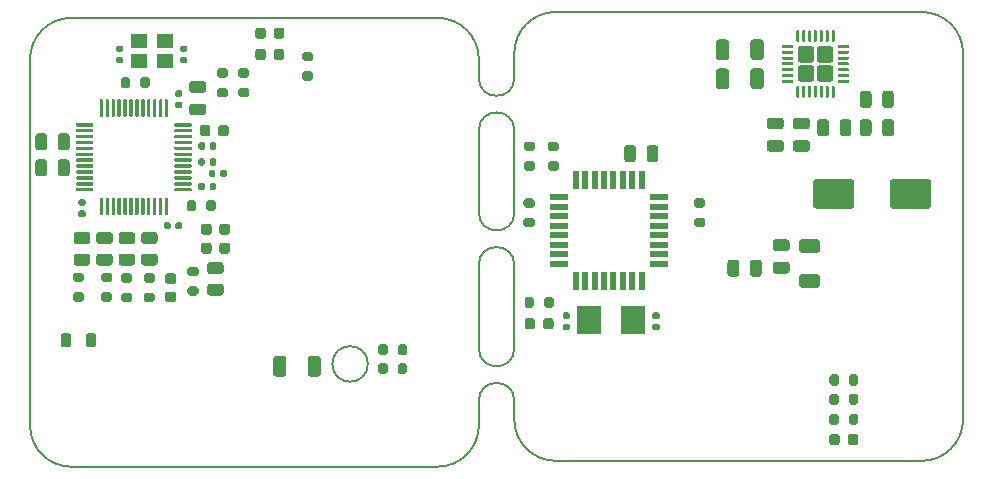
<source format=gbr>
%TF.GenerationSoftware,KiCad,Pcbnew,(5.1.8-0-10_14)*%
%TF.CreationDate,2021-08-18T13:43:01+02:00*%
%TF.ProjectId,ethersweep,65746865-7273-4776-9565-702e6b696361,2.0.1*%
%TF.SameCoordinates,Original*%
%TF.FileFunction,Paste,Top*%
%TF.FilePolarity,Positive*%
%FSLAX46Y46*%
G04 Gerber Fmt 4.6, Leading zero omitted, Abs format (unit mm)*
G04 Created by KiCad (PCBNEW (5.1.8-0-10_14)) date 2021-08-18 13:43:01*
%MOMM*%
%LPD*%
G01*
G04 APERTURE LIST*
%TA.AperFunction,Profile*%
%ADD10C,0.150000*%
%TD*%
%ADD11R,0.550000X1.600000*%
%ADD12R,1.600000X0.550000*%
%ADD13R,2.000000X2.400000*%
%ADD14R,1.400000X1.200000*%
G04 APERTURE END LIST*
D10*
X198000000Y-81000000D02*
G75*
G02*
X201500000Y-84500000I0J-3500000D01*
G01*
X160500000Y-115500000D02*
X160500000Y-113900000D01*
X163500000Y-86600000D02*
X163500000Y-85000000D01*
X163500000Y-86600000D02*
G75*
G02*
X160500000Y-86600000I-1500000J0D01*
G01*
X163500000Y-115500000D02*
X163500000Y-113900000D01*
X160500000Y-86600000D02*
X160500000Y-85000000D01*
X160500000Y-113900000D02*
G75*
G02*
X163500000Y-113900000I1500000J0D01*
G01*
X163500000Y-98000000D02*
G75*
G02*
X160500000Y-98000000I-1500000J0D01*
G01*
X160500000Y-91000000D02*
G75*
G02*
X163500000Y-91000000I1500000J0D01*
G01*
X163500000Y-98000000D02*
X163500000Y-91000000D01*
X160500000Y-109500000D02*
X160500000Y-102400000D01*
X160500000Y-102400000D02*
G75*
G02*
X163500000Y-102400000I1500000J0D01*
G01*
X160500000Y-98000000D02*
X160500000Y-91000000D01*
X163500000Y-109500000D02*
X163500000Y-102400000D01*
X163500000Y-109500000D02*
G75*
G02*
X160500000Y-109500000I-1500000J0D01*
G01*
X160500000Y-116000000D02*
X160500000Y-115500000D01*
X163500000Y-84500000D02*
X163500000Y-85000000D01*
X151100000Y-110800000D02*
G75*
G03*
X151100000Y-110800000I-1500000J0D01*
G01*
X126000000Y-119500000D02*
G75*
G02*
X122500000Y-116000000I0J3500000D01*
G01*
X126000000Y-119500000D02*
X157000000Y-119500000D01*
X167000000Y-81000000D02*
X198000000Y-81000000D01*
X163500000Y-84500000D02*
G75*
G02*
X167000000Y-81000000I3500000J0D01*
G01*
X201500000Y-115500000D02*
G75*
G02*
X198000000Y-119000000I-3500000J0D01*
G01*
X167000000Y-119000000D02*
G75*
G02*
X163500000Y-115500000I0J3500000D01*
G01*
X167000000Y-119000000D02*
X198000000Y-119000000D01*
X201500000Y-115500000D02*
X201500000Y-84500000D01*
X122500000Y-85000000D02*
X122500000Y-116000000D01*
X160500000Y-116000000D02*
G75*
G02*
X157000000Y-119500000I-3500000J0D01*
G01*
X157000000Y-81500000D02*
G75*
G02*
X160500000Y-85000000I0J-3500000D01*
G01*
X122500000Y-85000000D02*
G75*
G02*
X126000000Y-81500000I3500000J0D01*
G01*
X157000000Y-81500000D02*
X126000000Y-81500000D01*
G36*
G01*
X188800000Y-97400000D02*
X188800000Y-95400000D01*
G75*
G02*
X189050000Y-95150000I250000J0D01*
G01*
X192050000Y-95150000D01*
G75*
G02*
X192300000Y-95400000I0J-250000D01*
G01*
X192300000Y-97400000D01*
G75*
G02*
X192050000Y-97650000I-250000J0D01*
G01*
X189050000Y-97650000D01*
G75*
G02*
X188800000Y-97400000I0J250000D01*
G01*
G37*
G36*
G01*
X195300000Y-97400000D02*
X195300000Y-95400000D01*
G75*
G02*
X195550000Y-95150000I250000J0D01*
G01*
X198550000Y-95150000D01*
G75*
G02*
X198800000Y-95400000I0J-250000D01*
G01*
X198800000Y-97400000D01*
G75*
G02*
X198550000Y-97650000I-250000J0D01*
G01*
X195550000Y-97650000D01*
G75*
G02*
X195300000Y-97400000I0J250000D01*
G01*
G37*
G36*
G01*
X174700000Y-93475000D02*
X174700000Y-92525000D01*
G75*
G02*
X174950000Y-92275000I250000J0D01*
G01*
X175450000Y-92275000D01*
G75*
G02*
X175700000Y-92525000I0J-250000D01*
G01*
X175700000Y-93475000D01*
G75*
G02*
X175450000Y-93725000I-250000J0D01*
G01*
X174950000Y-93725000D01*
G75*
G02*
X174700000Y-93475000I0J250000D01*
G01*
G37*
G36*
G01*
X172800000Y-93475000D02*
X172800000Y-92525000D01*
G75*
G02*
X173050000Y-92275000I250000J0D01*
G01*
X173550000Y-92275000D01*
G75*
G02*
X173800000Y-92525000I0J-250000D01*
G01*
X173800000Y-93475000D01*
G75*
G02*
X173550000Y-93725000I-250000J0D01*
G01*
X173050000Y-93725000D01*
G75*
G02*
X172800000Y-93475000I0J250000D01*
G01*
G37*
G36*
G01*
X168070000Y-107000000D02*
X167730000Y-107000000D01*
G75*
G02*
X167590000Y-106860000I0J140000D01*
G01*
X167590000Y-106580000D01*
G75*
G02*
X167730000Y-106440000I140000J0D01*
G01*
X168070000Y-106440000D01*
G75*
G02*
X168210000Y-106580000I0J-140000D01*
G01*
X168210000Y-106860000D01*
G75*
G02*
X168070000Y-107000000I-140000J0D01*
G01*
G37*
G36*
G01*
X168070000Y-107960000D02*
X167730000Y-107960000D01*
G75*
G02*
X167590000Y-107820000I0J140000D01*
G01*
X167590000Y-107540000D01*
G75*
G02*
X167730000Y-107400000I140000J0D01*
G01*
X168070000Y-107400000D01*
G75*
G02*
X168210000Y-107540000I0J-140000D01*
G01*
X168210000Y-107820000D01*
G75*
G02*
X168070000Y-107960000I-140000J0D01*
G01*
G37*
G36*
G01*
X175330000Y-106440000D02*
X175670000Y-106440000D01*
G75*
G02*
X175810000Y-106580000I0J-140000D01*
G01*
X175810000Y-106860000D01*
G75*
G02*
X175670000Y-107000000I-140000J0D01*
G01*
X175330000Y-107000000D01*
G75*
G02*
X175190000Y-106860000I0J140000D01*
G01*
X175190000Y-106580000D01*
G75*
G02*
X175330000Y-106440000I140000J0D01*
G01*
G37*
G36*
G01*
X175330000Y-107400000D02*
X175670000Y-107400000D01*
G75*
G02*
X175810000Y-107540000I0J-140000D01*
G01*
X175810000Y-107820000D01*
G75*
G02*
X175670000Y-107960000I-140000J0D01*
G01*
X175330000Y-107960000D01*
G75*
G02*
X175190000Y-107820000I0J140000D01*
G01*
X175190000Y-107540000D01*
G75*
G02*
X175330000Y-107400000I140000J0D01*
G01*
G37*
G36*
G01*
X184450000Y-102225000D02*
X184450000Y-103175000D01*
G75*
G02*
X184200000Y-103425000I-250000J0D01*
G01*
X183700000Y-103425000D01*
G75*
G02*
X183450000Y-103175000I0J250000D01*
G01*
X183450000Y-102225000D01*
G75*
G02*
X183700000Y-101975000I250000J0D01*
G01*
X184200000Y-101975000D01*
G75*
G02*
X184450000Y-102225000I0J-250000D01*
G01*
G37*
G36*
G01*
X182550000Y-102225000D02*
X182550000Y-103175000D01*
G75*
G02*
X182300000Y-103425000I-250000J0D01*
G01*
X181800000Y-103425000D01*
G75*
G02*
X181550000Y-103175000I0J250000D01*
G01*
X181550000Y-102225000D01*
G75*
G02*
X181800000Y-101975000I250000J0D01*
G01*
X182300000Y-101975000D01*
G75*
G02*
X182550000Y-102225000I0J-250000D01*
G01*
G37*
G36*
G01*
X190175000Y-115775000D02*
X190175000Y-115225000D01*
G75*
G02*
X190375000Y-115025000I200000J0D01*
G01*
X190775000Y-115025000D01*
G75*
G02*
X190975000Y-115225000I0J-200000D01*
G01*
X190975000Y-115775000D01*
G75*
G02*
X190775000Y-115975000I-200000J0D01*
G01*
X190375000Y-115975000D01*
G75*
G02*
X190175000Y-115775000I0J200000D01*
G01*
G37*
G36*
G01*
X191825000Y-115775000D02*
X191825000Y-115225000D01*
G75*
G02*
X192025000Y-115025000I200000J0D01*
G01*
X192425000Y-115025000D01*
G75*
G02*
X192625000Y-115225000I0J-200000D01*
G01*
X192625000Y-115775000D01*
G75*
G02*
X192425000Y-115975000I-200000J0D01*
G01*
X192025000Y-115975000D01*
G75*
G02*
X191825000Y-115775000I0J200000D01*
G01*
G37*
D11*
X168700000Y-103750000D03*
X169500000Y-103750000D03*
X170300000Y-103750000D03*
X171100000Y-103750000D03*
X171900000Y-103750000D03*
X172700000Y-103750000D03*
X173500000Y-103750000D03*
X174300000Y-103750000D03*
D12*
X175750000Y-102300000D03*
X175750000Y-101500000D03*
X175750000Y-100700000D03*
X175750000Y-99900000D03*
X175750000Y-99100000D03*
X175750000Y-98300000D03*
X175750000Y-97500000D03*
X175750000Y-96700000D03*
D11*
X174300000Y-95250000D03*
X173500000Y-95250000D03*
X172700000Y-95250000D03*
X171900000Y-95250000D03*
X171100000Y-95250000D03*
X170300000Y-95250000D03*
X169500000Y-95250000D03*
X168700000Y-95250000D03*
D12*
X167250000Y-96700000D03*
X167250000Y-97500000D03*
X167250000Y-98300000D03*
X167250000Y-99100000D03*
X167250000Y-99900000D03*
X167250000Y-100700000D03*
X167250000Y-101500000D03*
X167250000Y-102300000D03*
G36*
G01*
X164475000Y-96775000D02*
X165025000Y-96775000D01*
G75*
G02*
X165225000Y-96975000I0J-200000D01*
G01*
X165225000Y-97375000D01*
G75*
G02*
X165025000Y-97575000I-200000J0D01*
G01*
X164475000Y-97575000D01*
G75*
G02*
X164275000Y-97375000I0J200000D01*
G01*
X164275000Y-96975000D01*
G75*
G02*
X164475000Y-96775000I200000J0D01*
G01*
G37*
G36*
G01*
X164475000Y-98425000D02*
X165025000Y-98425000D01*
G75*
G02*
X165225000Y-98625000I0J-200000D01*
G01*
X165225000Y-99025000D01*
G75*
G02*
X165025000Y-99225000I-200000J0D01*
G01*
X164475000Y-99225000D01*
G75*
G02*
X164275000Y-99025000I0J200000D01*
G01*
X164275000Y-98625000D01*
G75*
G02*
X164475000Y-98425000I200000J0D01*
G01*
G37*
G36*
G01*
X178925000Y-98425000D02*
X179475000Y-98425000D01*
G75*
G02*
X179675000Y-98625000I0J-200000D01*
G01*
X179675000Y-99025000D01*
G75*
G02*
X179475000Y-99225000I-200000J0D01*
G01*
X178925000Y-99225000D01*
G75*
G02*
X178725000Y-99025000I0J200000D01*
G01*
X178725000Y-98625000D01*
G75*
G02*
X178925000Y-98425000I200000J0D01*
G01*
G37*
G36*
G01*
X178925000Y-96775000D02*
X179475000Y-96775000D01*
G75*
G02*
X179675000Y-96975000I0J-200000D01*
G01*
X179675000Y-97375000D01*
G75*
G02*
X179475000Y-97575000I-200000J0D01*
G01*
X178925000Y-97575000D01*
G75*
G02*
X178725000Y-97375000I0J200000D01*
G01*
X178725000Y-96975000D01*
G75*
G02*
X178925000Y-96775000I200000J0D01*
G01*
G37*
G36*
G01*
X165075000Y-92775000D02*
X164525000Y-92775000D01*
G75*
G02*
X164325000Y-92575000I0J200000D01*
G01*
X164325000Y-92175000D01*
G75*
G02*
X164525000Y-91975000I200000J0D01*
G01*
X165075000Y-91975000D01*
G75*
G02*
X165275000Y-92175000I0J-200000D01*
G01*
X165275000Y-92575000D01*
G75*
G02*
X165075000Y-92775000I-200000J0D01*
G01*
G37*
G36*
G01*
X165075000Y-94425000D02*
X164525000Y-94425000D01*
G75*
G02*
X164325000Y-94225000I0J200000D01*
G01*
X164325000Y-93825000D01*
G75*
G02*
X164525000Y-93625000I200000J0D01*
G01*
X165075000Y-93625000D01*
G75*
G02*
X165275000Y-93825000I0J-200000D01*
G01*
X165275000Y-94225000D01*
G75*
G02*
X165075000Y-94425000I-200000J0D01*
G01*
G37*
G36*
G01*
X167075000Y-94425000D02*
X166525000Y-94425000D01*
G75*
G02*
X166325000Y-94225000I0J200000D01*
G01*
X166325000Y-93825000D01*
G75*
G02*
X166525000Y-93625000I200000J0D01*
G01*
X167075000Y-93625000D01*
G75*
G02*
X167275000Y-93825000I0J-200000D01*
G01*
X167275000Y-94225000D01*
G75*
G02*
X167075000Y-94425000I-200000J0D01*
G01*
G37*
G36*
G01*
X167075000Y-92775000D02*
X166525000Y-92775000D01*
G75*
G02*
X166325000Y-92575000I0J200000D01*
G01*
X166325000Y-92175000D01*
G75*
G02*
X166525000Y-91975000I200000J0D01*
G01*
X167075000Y-91975000D01*
G75*
G02*
X167275000Y-92175000I0J-200000D01*
G01*
X167275000Y-92575000D01*
G75*
G02*
X167075000Y-92775000I-200000J0D01*
G01*
G37*
G36*
G01*
X146275000Y-86825000D02*
X145725000Y-86825000D01*
G75*
G02*
X145525000Y-86625000I0J200000D01*
G01*
X145525000Y-86225000D01*
G75*
G02*
X145725000Y-86025000I200000J0D01*
G01*
X146275000Y-86025000D01*
G75*
G02*
X146475000Y-86225000I0J-200000D01*
G01*
X146475000Y-86625000D01*
G75*
G02*
X146275000Y-86825000I-200000J0D01*
G01*
G37*
G36*
G01*
X146275000Y-85175000D02*
X145725000Y-85175000D01*
G75*
G02*
X145525000Y-84975000I0J200000D01*
G01*
X145525000Y-84575000D01*
G75*
G02*
X145725000Y-84375000I200000J0D01*
G01*
X146275000Y-84375000D01*
G75*
G02*
X146475000Y-84575000I0J-200000D01*
G01*
X146475000Y-84975000D01*
G75*
G02*
X146275000Y-85175000I-200000J0D01*
G01*
G37*
D13*
X173550000Y-107100000D03*
X169850000Y-107100000D03*
G36*
G01*
X190180001Y-112430001D02*
X190180001Y-111880001D01*
G75*
G02*
X190380001Y-111680001I200000J0D01*
G01*
X190780001Y-111680001D01*
G75*
G02*
X190980001Y-111880001I0J-200000D01*
G01*
X190980001Y-112430001D01*
G75*
G02*
X190780001Y-112630001I-200000J0D01*
G01*
X190380001Y-112630001D01*
G75*
G02*
X190180001Y-112430001I0J200000D01*
G01*
G37*
G36*
G01*
X191830001Y-112430001D02*
X191830001Y-111880001D01*
G75*
G02*
X192030001Y-111680001I200000J0D01*
G01*
X192430001Y-111680001D01*
G75*
G02*
X192630001Y-111880001I0J-200000D01*
G01*
X192630001Y-112430001D01*
G75*
G02*
X192430001Y-112630001I-200000J0D01*
G01*
X192030001Y-112630001D01*
G75*
G02*
X191830001Y-112430001I0J200000D01*
G01*
G37*
G36*
G01*
X190975000Y-113525000D02*
X190975000Y-114075000D01*
G75*
G02*
X190775000Y-114275000I-200000J0D01*
G01*
X190375000Y-114275000D01*
G75*
G02*
X190175000Y-114075000I0J200000D01*
G01*
X190175000Y-113525000D01*
G75*
G02*
X190375000Y-113325000I200000J0D01*
G01*
X190775000Y-113325000D01*
G75*
G02*
X190975000Y-113525000I0J-200000D01*
G01*
G37*
G36*
G01*
X192625000Y-113525000D02*
X192625000Y-114075000D01*
G75*
G02*
X192425000Y-114275000I-200000J0D01*
G01*
X192025000Y-114275000D01*
G75*
G02*
X191825000Y-114075000I0J200000D01*
G01*
X191825000Y-113525000D01*
G75*
G02*
X192025000Y-113325000I200000J0D01*
G01*
X192425000Y-113325000D01*
G75*
G02*
X192625000Y-113525000I0J-200000D01*
G01*
G37*
G36*
G01*
X147125000Y-110374998D02*
X147125000Y-111625002D01*
G75*
G02*
X146875002Y-111875000I-249998J0D01*
G01*
X146249998Y-111875000D01*
G75*
G02*
X146000000Y-111625002I0J249998D01*
G01*
X146000000Y-110374998D01*
G75*
G02*
X146249998Y-110125000I249998J0D01*
G01*
X146875002Y-110125000D01*
G75*
G02*
X147125000Y-110374998I0J-249998D01*
G01*
G37*
G36*
G01*
X144200000Y-110374998D02*
X144200000Y-111625002D01*
G75*
G02*
X143950002Y-111875000I-249998J0D01*
G01*
X143324998Y-111875000D01*
G75*
G02*
X143075000Y-111625002I0J249998D01*
G01*
X143075000Y-110374998D01*
G75*
G02*
X143324998Y-110125000I249998J0D01*
G01*
X143950002Y-110125000D01*
G75*
G02*
X144200000Y-110374998I0J-249998D01*
G01*
G37*
G36*
G01*
X136575000Y-105025000D02*
X136025000Y-105025000D01*
G75*
G02*
X135825000Y-104825000I0J200000D01*
G01*
X135825000Y-104425000D01*
G75*
G02*
X136025000Y-104225000I200000J0D01*
G01*
X136575000Y-104225000D01*
G75*
G02*
X136775000Y-104425000I0J-200000D01*
G01*
X136775000Y-104825000D01*
G75*
G02*
X136575000Y-105025000I-200000J0D01*
G01*
G37*
G36*
G01*
X136575000Y-103375000D02*
X136025000Y-103375000D01*
G75*
G02*
X135825000Y-103175000I0J200000D01*
G01*
X135825000Y-102775000D01*
G75*
G02*
X136025000Y-102575000I200000J0D01*
G01*
X136575000Y-102575000D01*
G75*
G02*
X136775000Y-102775000I0J-200000D01*
G01*
X136775000Y-103175000D01*
G75*
G02*
X136575000Y-103375000I-200000J0D01*
G01*
G37*
G36*
G01*
X134150000Y-104675000D02*
X134650000Y-104675000D01*
G75*
G02*
X134875000Y-104900000I0J-225000D01*
G01*
X134875000Y-105350000D01*
G75*
G02*
X134650000Y-105575000I-225000J0D01*
G01*
X134150000Y-105575000D01*
G75*
G02*
X133925000Y-105350000I0J225000D01*
G01*
X133925000Y-104900000D01*
G75*
G02*
X134150000Y-104675000I225000J0D01*
G01*
G37*
G36*
G01*
X134150000Y-103125000D02*
X134650000Y-103125000D01*
G75*
G02*
X134875000Y-103350000I0J-225000D01*
G01*
X134875000Y-103800000D01*
G75*
G02*
X134650000Y-104025000I-225000J0D01*
G01*
X134150000Y-104025000D01*
G75*
G02*
X133925000Y-103800000I0J225000D01*
G01*
X133925000Y-103350000D01*
G75*
G02*
X134150000Y-103125000I225000J0D01*
G01*
G37*
G36*
G01*
X136740000Y-93870000D02*
X136740000Y-93530000D01*
G75*
G02*
X136880000Y-93390000I140000J0D01*
G01*
X137160000Y-93390000D01*
G75*
G02*
X137300000Y-93530000I0J-140000D01*
G01*
X137300000Y-93870000D01*
G75*
G02*
X137160000Y-94010000I-140000J0D01*
G01*
X136880000Y-94010000D01*
G75*
G02*
X136740000Y-93870000I0J140000D01*
G01*
G37*
G36*
G01*
X137700000Y-93870000D02*
X137700000Y-93530000D01*
G75*
G02*
X137840000Y-93390000I140000J0D01*
G01*
X138120000Y-93390000D01*
G75*
G02*
X138260000Y-93530000I0J-140000D01*
G01*
X138260000Y-93870000D01*
G75*
G02*
X138120000Y-94010000I-140000J0D01*
G01*
X137840000Y-94010000D01*
G75*
G02*
X137700000Y-93870000I0J140000D01*
G01*
G37*
G36*
G01*
X138600000Y-94870000D02*
X138600000Y-94530000D01*
G75*
G02*
X138740000Y-94390000I140000J0D01*
G01*
X139020000Y-94390000D01*
G75*
G02*
X139160000Y-94530000I0J-140000D01*
G01*
X139160000Y-94870000D01*
G75*
G02*
X139020000Y-95010000I-140000J0D01*
G01*
X138740000Y-95010000D01*
G75*
G02*
X138600000Y-94870000I0J140000D01*
G01*
G37*
G36*
G01*
X137640000Y-94870000D02*
X137640000Y-94530000D01*
G75*
G02*
X137780000Y-94390000I140000J0D01*
G01*
X138060000Y-94390000D01*
G75*
G02*
X138200000Y-94530000I0J-140000D01*
G01*
X138200000Y-94870000D01*
G75*
G02*
X138060000Y-95010000I-140000J0D01*
G01*
X137780000Y-95010000D01*
G75*
G02*
X137640000Y-94870000I0J140000D01*
G01*
G37*
G36*
G01*
X135270000Y-89160000D02*
X134930000Y-89160000D01*
G75*
G02*
X134790000Y-89020000I0J140000D01*
G01*
X134790000Y-88740000D01*
G75*
G02*
X134930000Y-88600000I140000J0D01*
G01*
X135270000Y-88600000D01*
G75*
G02*
X135410000Y-88740000I0J-140000D01*
G01*
X135410000Y-89020000D01*
G75*
G02*
X135270000Y-89160000I-140000J0D01*
G01*
G37*
G36*
G01*
X135270000Y-88200000D02*
X134930000Y-88200000D01*
G75*
G02*
X134790000Y-88060000I0J140000D01*
G01*
X134790000Y-87780000D01*
G75*
G02*
X134930000Y-87640000I140000J0D01*
G01*
X135270000Y-87640000D01*
G75*
G02*
X135410000Y-87780000I0J-140000D01*
G01*
X135410000Y-88060000D01*
G75*
G02*
X135270000Y-88200000I-140000J0D01*
G01*
G37*
G36*
G01*
X134800000Y-99270000D02*
X134800000Y-98930000D01*
G75*
G02*
X134940000Y-98790000I140000J0D01*
G01*
X135220000Y-98790000D01*
G75*
G02*
X135360000Y-98930000I0J-140000D01*
G01*
X135360000Y-99270000D01*
G75*
G02*
X135220000Y-99410000I-140000J0D01*
G01*
X134940000Y-99410000D01*
G75*
G02*
X134800000Y-99270000I0J140000D01*
G01*
G37*
G36*
G01*
X133840000Y-99270000D02*
X133840000Y-98930000D01*
G75*
G02*
X133980000Y-98790000I140000J0D01*
G01*
X134260000Y-98790000D01*
G75*
G02*
X134400000Y-98930000I0J-140000D01*
G01*
X134400000Y-99270000D01*
G75*
G02*
X134260000Y-99410000I-140000J0D01*
G01*
X133980000Y-99410000D01*
G75*
G02*
X133840000Y-99270000I0J140000D01*
G01*
G37*
G36*
G01*
X126730000Y-97800000D02*
X127070000Y-97800000D01*
G75*
G02*
X127210000Y-97940000I0J-140000D01*
G01*
X127210000Y-98220000D01*
G75*
G02*
X127070000Y-98360000I-140000J0D01*
G01*
X126730000Y-98360000D01*
G75*
G02*
X126590000Y-98220000I0J140000D01*
G01*
X126590000Y-97940000D01*
G75*
G02*
X126730000Y-97800000I140000J0D01*
G01*
G37*
G36*
G01*
X126730000Y-96840000D02*
X127070000Y-96840000D01*
G75*
G02*
X127210000Y-96980000I0J-140000D01*
G01*
X127210000Y-97260000D01*
G75*
G02*
X127070000Y-97400000I-140000J0D01*
G01*
X126730000Y-97400000D01*
G75*
G02*
X126590000Y-97260000I0J140000D01*
G01*
X126590000Y-96980000D01*
G75*
G02*
X126730000Y-96840000I140000J0D01*
G01*
G37*
G36*
G01*
X137700000Y-95970000D02*
X137700000Y-95630000D01*
G75*
G02*
X137840000Y-95490000I140000J0D01*
G01*
X138120000Y-95490000D01*
G75*
G02*
X138260000Y-95630000I0J-140000D01*
G01*
X138260000Y-95970000D01*
G75*
G02*
X138120000Y-96110000I-140000J0D01*
G01*
X137840000Y-96110000D01*
G75*
G02*
X137700000Y-95970000I0J140000D01*
G01*
G37*
G36*
G01*
X136740000Y-95970000D02*
X136740000Y-95630000D01*
G75*
G02*
X136880000Y-95490000I140000J0D01*
G01*
X137160000Y-95490000D01*
G75*
G02*
X137300000Y-95630000I0J-140000D01*
G01*
X137300000Y-95970000D01*
G75*
G02*
X137160000Y-96110000I-140000J0D01*
G01*
X136880000Y-96110000D01*
G75*
G02*
X136740000Y-95970000I0J140000D01*
G01*
G37*
G36*
G01*
X137175000Y-89750000D02*
X136225000Y-89750000D01*
G75*
G02*
X135975000Y-89500000I0J250000D01*
G01*
X135975000Y-89000000D01*
G75*
G02*
X136225000Y-88750000I250000J0D01*
G01*
X137175000Y-88750000D01*
G75*
G02*
X137425000Y-89000000I0J-250000D01*
G01*
X137425000Y-89500000D01*
G75*
G02*
X137175000Y-89750000I-250000J0D01*
G01*
G37*
G36*
G01*
X137175000Y-87850000D02*
X136225000Y-87850000D01*
G75*
G02*
X135975000Y-87600000I0J250000D01*
G01*
X135975000Y-87100000D01*
G75*
G02*
X136225000Y-86850000I250000J0D01*
G01*
X137175000Y-86850000D01*
G75*
G02*
X137425000Y-87100000I0J-250000D01*
G01*
X137425000Y-87600000D01*
G75*
G02*
X137175000Y-87850000I-250000J0D01*
G01*
G37*
G36*
G01*
X123950000Y-91525000D02*
X123950000Y-92475000D01*
G75*
G02*
X123700000Y-92725000I-250000J0D01*
G01*
X123200000Y-92725000D01*
G75*
G02*
X122950000Y-92475000I0J250000D01*
G01*
X122950000Y-91525000D01*
G75*
G02*
X123200000Y-91275000I250000J0D01*
G01*
X123700000Y-91275000D01*
G75*
G02*
X123950000Y-91525000I0J-250000D01*
G01*
G37*
G36*
G01*
X125850000Y-91525000D02*
X125850000Y-92475000D01*
G75*
G02*
X125600000Y-92725000I-250000J0D01*
G01*
X125100000Y-92725000D01*
G75*
G02*
X124850000Y-92475000I0J250000D01*
G01*
X124850000Y-91525000D01*
G75*
G02*
X125100000Y-91275000I250000J0D01*
G01*
X125600000Y-91275000D01*
G75*
G02*
X125850000Y-91525000I0J-250000D01*
G01*
G37*
G36*
G01*
X135670000Y-85360000D02*
X135330000Y-85360000D01*
G75*
G02*
X135190000Y-85220000I0J140000D01*
G01*
X135190000Y-84940000D01*
G75*
G02*
X135330000Y-84800000I140000J0D01*
G01*
X135670000Y-84800000D01*
G75*
G02*
X135810000Y-84940000I0J-140000D01*
G01*
X135810000Y-85220000D01*
G75*
G02*
X135670000Y-85360000I-140000J0D01*
G01*
G37*
G36*
G01*
X135670000Y-84400000D02*
X135330000Y-84400000D01*
G75*
G02*
X135190000Y-84260000I0J140000D01*
G01*
X135190000Y-83980000D01*
G75*
G02*
X135330000Y-83840000I140000J0D01*
G01*
X135670000Y-83840000D01*
G75*
G02*
X135810000Y-83980000I0J-140000D01*
G01*
X135810000Y-84260000D01*
G75*
G02*
X135670000Y-84400000I-140000J0D01*
G01*
G37*
G36*
G01*
X130270000Y-85360000D02*
X129930000Y-85360000D01*
G75*
G02*
X129790000Y-85220000I0J140000D01*
G01*
X129790000Y-84940000D01*
G75*
G02*
X129930000Y-84800000I140000J0D01*
G01*
X130270000Y-84800000D01*
G75*
G02*
X130410000Y-84940000I0J-140000D01*
G01*
X130410000Y-85220000D01*
G75*
G02*
X130270000Y-85360000I-140000J0D01*
G01*
G37*
G36*
G01*
X130270000Y-84400000D02*
X129930000Y-84400000D01*
G75*
G02*
X129790000Y-84260000I0J140000D01*
G01*
X129790000Y-83980000D01*
G75*
G02*
X129930000Y-83840000I140000J0D01*
G01*
X130270000Y-83840000D01*
G75*
G02*
X130410000Y-83980000I0J-140000D01*
G01*
X130410000Y-84260000D01*
G75*
G02*
X130270000Y-84400000I-140000J0D01*
G01*
G37*
G36*
G01*
X138425000Y-91300000D02*
X138425000Y-90800000D01*
G75*
G02*
X138650000Y-90575000I225000J0D01*
G01*
X139100000Y-90575000D01*
G75*
G02*
X139325000Y-90800000I0J-225000D01*
G01*
X139325000Y-91300000D01*
G75*
G02*
X139100000Y-91525000I-225000J0D01*
G01*
X138650000Y-91525000D01*
G75*
G02*
X138425000Y-91300000I0J225000D01*
G01*
G37*
G36*
G01*
X136875000Y-91300000D02*
X136875000Y-90800000D01*
G75*
G02*
X137100000Y-90575000I225000J0D01*
G01*
X137550000Y-90575000D01*
G75*
G02*
X137775000Y-90800000I0J-225000D01*
G01*
X137775000Y-91300000D01*
G75*
G02*
X137550000Y-91525000I-225000J0D01*
G01*
X137100000Y-91525000D01*
G75*
G02*
X136875000Y-91300000I0J225000D01*
G01*
G37*
G36*
G01*
X137720000Y-92520000D02*
X137720000Y-92180000D01*
G75*
G02*
X137860000Y-92040000I140000J0D01*
G01*
X138140000Y-92040000D01*
G75*
G02*
X138280000Y-92180000I0J-140000D01*
G01*
X138280000Y-92520000D01*
G75*
G02*
X138140000Y-92660000I-140000J0D01*
G01*
X137860000Y-92660000D01*
G75*
G02*
X137720000Y-92520000I0J140000D01*
G01*
G37*
G36*
G01*
X136760000Y-92520000D02*
X136760000Y-92180000D01*
G75*
G02*
X136900000Y-92040000I140000J0D01*
G01*
X137180000Y-92040000D01*
G75*
G02*
X137320000Y-92180000I0J-140000D01*
G01*
X137320000Y-92520000D01*
G75*
G02*
X137180000Y-92660000I-140000J0D01*
G01*
X136900000Y-92660000D01*
G75*
G02*
X136760000Y-92520000I0J140000D01*
G01*
G37*
G36*
G01*
X125100000Y-109181250D02*
X125100000Y-108418750D01*
G75*
G02*
X125318750Y-108200000I218750J0D01*
G01*
X125756250Y-108200000D01*
G75*
G02*
X125975000Y-108418750I0J-218750D01*
G01*
X125975000Y-109181250D01*
G75*
G02*
X125756250Y-109400000I-218750J0D01*
G01*
X125318750Y-109400000D01*
G75*
G02*
X125100000Y-109181250I0J218750D01*
G01*
G37*
G36*
G01*
X127225000Y-109181250D02*
X127225000Y-108418750D01*
G75*
G02*
X127443750Y-108200000I218750J0D01*
G01*
X127881250Y-108200000D01*
G75*
G02*
X128100000Y-108418750I0J-218750D01*
G01*
X128100000Y-109181250D01*
G75*
G02*
X127881250Y-109400000I-218750J0D01*
G01*
X127443750Y-109400000D01*
G75*
G02*
X127225000Y-109181250I0J218750D01*
G01*
G37*
G36*
G01*
X127350002Y-100650000D02*
X126449998Y-100650000D01*
G75*
G02*
X126200000Y-100400002I0J249998D01*
G01*
X126200000Y-99874998D01*
G75*
G02*
X126449998Y-99625000I249998J0D01*
G01*
X127350002Y-99625000D01*
G75*
G02*
X127600000Y-99874998I0J-249998D01*
G01*
X127600000Y-100400002D01*
G75*
G02*
X127350002Y-100650000I-249998J0D01*
G01*
G37*
G36*
G01*
X127350002Y-102475000D02*
X126449998Y-102475000D01*
G75*
G02*
X126200000Y-102225002I0J249998D01*
G01*
X126200000Y-101699998D01*
G75*
G02*
X126449998Y-101450000I249998J0D01*
G01*
X127350002Y-101450000D01*
G75*
G02*
X127600000Y-101699998I0J-249998D01*
G01*
X127600000Y-102225002D01*
G75*
G02*
X127350002Y-102475000I-249998J0D01*
G01*
G37*
G36*
G01*
X129250002Y-102475000D02*
X128349998Y-102475000D01*
G75*
G02*
X128100000Y-102225002I0J249998D01*
G01*
X128100000Y-101699998D01*
G75*
G02*
X128349998Y-101450000I249998J0D01*
G01*
X129250002Y-101450000D01*
G75*
G02*
X129500000Y-101699998I0J-249998D01*
G01*
X129500000Y-102225002D01*
G75*
G02*
X129250002Y-102475000I-249998J0D01*
G01*
G37*
G36*
G01*
X129250002Y-100650000D02*
X128349998Y-100650000D01*
G75*
G02*
X128100000Y-100400002I0J249998D01*
G01*
X128100000Y-99874998D01*
G75*
G02*
X128349998Y-99625000I249998J0D01*
G01*
X129250002Y-99625000D01*
G75*
G02*
X129500000Y-99874998I0J-249998D01*
G01*
X129500000Y-100400002D01*
G75*
G02*
X129250002Y-100650000I-249998J0D01*
G01*
G37*
G36*
G01*
X131150002Y-100650000D02*
X130249998Y-100650000D01*
G75*
G02*
X130000000Y-100400002I0J249998D01*
G01*
X130000000Y-99874998D01*
G75*
G02*
X130249998Y-99625000I249998J0D01*
G01*
X131150002Y-99625000D01*
G75*
G02*
X131400000Y-99874998I0J-249998D01*
G01*
X131400000Y-100400002D01*
G75*
G02*
X131150002Y-100650000I-249998J0D01*
G01*
G37*
G36*
G01*
X131150002Y-102475000D02*
X130249998Y-102475000D01*
G75*
G02*
X130000000Y-102225002I0J249998D01*
G01*
X130000000Y-101699998D01*
G75*
G02*
X130249998Y-101450000I249998J0D01*
G01*
X131150002Y-101450000D01*
G75*
G02*
X131400000Y-101699998I0J-249998D01*
G01*
X131400000Y-102225002D01*
G75*
G02*
X131150002Y-102475000I-249998J0D01*
G01*
G37*
G36*
G01*
X133050002Y-102475000D02*
X132149998Y-102475000D01*
G75*
G02*
X131900000Y-102225002I0J249998D01*
G01*
X131900000Y-101699998D01*
G75*
G02*
X132149998Y-101450000I249998J0D01*
G01*
X133050002Y-101450000D01*
G75*
G02*
X133300000Y-101699998I0J-249998D01*
G01*
X133300000Y-102225002D01*
G75*
G02*
X133050002Y-102475000I-249998J0D01*
G01*
G37*
G36*
G01*
X133050002Y-100650000D02*
X132149998Y-100650000D01*
G75*
G02*
X131900000Y-100400002I0J249998D01*
G01*
X131900000Y-99874998D01*
G75*
G02*
X132149998Y-99625000I249998J0D01*
G01*
X133050002Y-99625000D01*
G75*
G02*
X133300000Y-99874998I0J-249998D01*
G01*
X133300000Y-100400002D01*
G75*
G02*
X133050002Y-100650000I-249998J0D01*
G01*
G37*
G36*
G01*
X126875000Y-105525000D02*
X126325000Y-105525000D01*
G75*
G02*
X126125000Y-105325000I0J200000D01*
G01*
X126125000Y-104925000D01*
G75*
G02*
X126325000Y-104725000I200000J0D01*
G01*
X126875000Y-104725000D01*
G75*
G02*
X127075000Y-104925000I0J-200000D01*
G01*
X127075000Y-105325000D01*
G75*
G02*
X126875000Y-105525000I-200000J0D01*
G01*
G37*
G36*
G01*
X126875000Y-103875000D02*
X126325000Y-103875000D01*
G75*
G02*
X126125000Y-103675000I0J200000D01*
G01*
X126125000Y-103275000D01*
G75*
G02*
X126325000Y-103075000I200000J0D01*
G01*
X126875000Y-103075000D01*
G75*
G02*
X127075000Y-103275000I0J-200000D01*
G01*
X127075000Y-103675000D01*
G75*
G02*
X126875000Y-103875000I-200000J0D01*
G01*
G37*
G36*
G01*
X129275000Y-105525000D02*
X128725000Y-105525000D01*
G75*
G02*
X128525000Y-105325000I0J200000D01*
G01*
X128525000Y-104925000D01*
G75*
G02*
X128725000Y-104725000I200000J0D01*
G01*
X129275000Y-104725000D01*
G75*
G02*
X129475000Y-104925000I0J-200000D01*
G01*
X129475000Y-105325000D01*
G75*
G02*
X129275000Y-105525000I-200000J0D01*
G01*
G37*
G36*
G01*
X129275000Y-103875000D02*
X128725000Y-103875000D01*
G75*
G02*
X128525000Y-103675000I0J200000D01*
G01*
X128525000Y-103275000D01*
G75*
G02*
X128725000Y-103075000I200000J0D01*
G01*
X129275000Y-103075000D01*
G75*
G02*
X129475000Y-103275000I0J-200000D01*
G01*
X129475000Y-103675000D01*
G75*
G02*
X129275000Y-103875000I-200000J0D01*
G01*
G37*
G36*
G01*
X130975000Y-103925000D02*
X130425000Y-103925000D01*
G75*
G02*
X130225000Y-103725000I0J200000D01*
G01*
X130225000Y-103325000D01*
G75*
G02*
X130425000Y-103125000I200000J0D01*
G01*
X130975000Y-103125000D01*
G75*
G02*
X131175000Y-103325000I0J-200000D01*
G01*
X131175000Y-103725000D01*
G75*
G02*
X130975000Y-103925000I-200000J0D01*
G01*
G37*
G36*
G01*
X130975000Y-105575000D02*
X130425000Y-105575000D01*
G75*
G02*
X130225000Y-105375000I0J200000D01*
G01*
X130225000Y-104975000D01*
G75*
G02*
X130425000Y-104775000I200000J0D01*
G01*
X130975000Y-104775000D01*
G75*
G02*
X131175000Y-104975000I0J-200000D01*
G01*
X131175000Y-105375000D01*
G75*
G02*
X130975000Y-105575000I-200000J0D01*
G01*
G37*
G36*
G01*
X154425000Y-110925000D02*
X154425000Y-111475000D01*
G75*
G02*
X154225000Y-111675000I-200000J0D01*
G01*
X153825000Y-111675000D01*
G75*
G02*
X153625000Y-111475000I0J200000D01*
G01*
X153625000Y-110925000D01*
G75*
G02*
X153825000Y-110725000I200000J0D01*
G01*
X154225000Y-110725000D01*
G75*
G02*
X154425000Y-110925000I0J-200000D01*
G01*
G37*
G36*
G01*
X152775000Y-110925000D02*
X152775000Y-111475000D01*
G75*
G02*
X152575000Y-111675000I-200000J0D01*
G01*
X152175000Y-111675000D01*
G75*
G02*
X151975000Y-111475000I0J200000D01*
G01*
X151975000Y-110925000D01*
G75*
G02*
X152175000Y-110725000I200000J0D01*
G01*
X152575000Y-110725000D01*
G75*
G02*
X152775000Y-110925000I0J-200000D01*
G01*
G37*
G36*
G01*
X152775000Y-109325000D02*
X152775000Y-109875000D01*
G75*
G02*
X152575000Y-110075000I-200000J0D01*
G01*
X152175000Y-110075000D01*
G75*
G02*
X151975000Y-109875000I0J200000D01*
G01*
X151975000Y-109325000D01*
G75*
G02*
X152175000Y-109125000I200000J0D01*
G01*
X152575000Y-109125000D01*
G75*
G02*
X152775000Y-109325000I0J-200000D01*
G01*
G37*
G36*
G01*
X154425000Y-109325000D02*
X154425000Y-109875000D01*
G75*
G02*
X154225000Y-110075000I-200000J0D01*
G01*
X153825000Y-110075000D01*
G75*
G02*
X153625000Y-109875000I0J200000D01*
G01*
X153625000Y-109325000D01*
G75*
G02*
X153825000Y-109125000I200000J0D01*
G01*
X154225000Y-109125000D01*
G75*
G02*
X154425000Y-109325000I0J-200000D01*
G01*
G37*
G36*
G01*
X132875000Y-103925000D02*
X132325000Y-103925000D01*
G75*
G02*
X132125000Y-103725000I0J200000D01*
G01*
X132125000Y-103325000D01*
G75*
G02*
X132325000Y-103125000I200000J0D01*
G01*
X132875000Y-103125000D01*
G75*
G02*
X133075000Y-103325000I0J-200000D01*
G01*
X133075000Y-103725000D01*
G75*
G02*
X132875000Y-103925000I-200000J0D01*
G01*
G37*
G36*
G01*
X132875000Y-105575000D02*
X132325000Y-105575000D01*
G75*
G02*
X132125000Y-105375000I0J200000D01*
G01*
X132125000Y-104975000D01*
G75*
G02*
X132325000Y-104775000I200000J0D01*
G01*
X132875000Y-104775000D01*
G75*
G02*
X133075000Y-104975000I0J-200000D01*
G01*
X133075000Y-105375000D01*
G75*
G02*
X132875000Y-105575000I-200000J0D01*
G01*
G37*
G36*
G01*
X127800000Y-96200000D02*
X126475000Y-96200000D01*
G75*
G02*
X126400000Y-96125000I0J75000D01*
G01*
X126400000Y-95975000D01*
G75*
G02*
X126475000Y-95900000I75000J0D01*
G01*
X127800000Y-95900000D01*
G75*
G02*
X127875000Y-95975000I0J-75000D01*
G01*
X127875000Y-96125000D01*
G75*
G02*
X127800000Y-96200000I-75000J0D01*
G01*
G37*
G36*
G01*
X127800000Y-95700000D02*
X126475000Y-95700000D01*
G75*
G02*
X126400000Y-95625000I0J75000D01*
G01*
X126400000Y-95475000D01*
G75*
G02*
X126475000Y-95400000I75000J0D01*
G01*
X127800000Y-95400000D01*
G75*
G02*
X127875000Y-95475000I0J-75000D01*
G01*
X127875000Y-95625000D01*
G75*
G02*
X127800000Y-95700000I-75000J0D01*
G01*
G37*
G36*
G01*
X127800000Y-95200000D02*
X126475000Y-95200000D01*
G75*
G02*
X126400000Y-95125000I0J75000D01*
G01*
X126400000Y-94975000D01*
G75*
G02*
X126475000Y-94900000I75000J0D01*
G01*
X127800000Y-94900000D01*
G75*
G02*
X127875000Y-94975000I0J-75000D01*
G01*
X127875000Y-95125000D01*
G75*
G02*
X127800000Y-95200000I-75000J0D01*
G01*
G37*
G36*
G01*
X127800000Y-94700000D02*
X126475000Y-94700000D01*
G75*
G02*
X126400000Y-94625000I0J75000D01*
G01*
X126400000Y-94475000D01*
G75*
G02*
X126475000Y-94400000I75000J0D01*
G01*
X127800000Y-94400000D01*
G75*
G02*
X127875000Y-94475000I0J-75000D01*
G01*
X127875000Y-94625000D01*
G75*
G02*
X127800000Y-94700000I-75000J0D01*
G01*
G37*
G36*
G01*
X127800000Y-94200000D02*
X126475000Y-94200000D01*
G75*
G02*
X126400000Y-94125000I0J75000D01*
G01*
X126400000Y-93975000D01*
G75*
G02*
X126475000Y-93900000I75000J0D01*
G01*
X127800000Y-93900000D01*
G75*
G02*
X127875000Y-93975000I0J-75000D01*
G01*
X127875000Y-94125000D01*
G75*
G02*
X127800000Y-94200000I-75000J0D01*
G01*
G37*
G36*
G01*
X127800000Y-93700000D02*
X126475000Y-93700000D01*
G75*
G02*
X126400000Y-93625000I0J75000D01*
G01*
X126400000Y-93475000D01*
G75*
G02*
X126475000Y-93400000I75000J0D01*
G01*
X127800000Y-93400000D01*
G75*
G02*
X127875000Y-93475000I0J-75000D01*
G01*
X127875000Y-93625000D01*
G75*
G02*
X127800000Y-93700000I-75000J0D01*
G01*
G37*
G36*
G01*
X127800000Y-93200000D02*
X126475000Y-93200000D01*
G75*
G02*
X126400000Y-93125000I0J75000D01*
G01*
X126400000Y-92975000D01*
G75*
G02*
X126475000Y-92900000I75000J0D01*
G01*
X127800000Y-92900000D01*
G75*
G02*
X127875000Y-92975000I0J-75000D01*
G01*
X127875000Y-93125000D01*
G75*
G02*
X127800000Y-93200000I-75000J0D01*
G01*
G37*
G36*
G01*
X127800000Y-92700000D02*
X126475000Y-92700000D01*
G75*
G02*
X126400000Y-92625000I0J75000D01*
G01*
X126400000Y-92475000D01*
G75*
G02*
X126475000Y-92400000I75000J0D01*
G01*
X127800000Y-92400000D01*
G75*
G02*
X127875000Y-92475000I0J-75000D01*
G01*
X127875000Y-92625000D01*
G75*
G02*
X127800000Y-92700000I-75000J0D01*
G01*
G37*
G36*
G01*
X127800000Y-92200000D02*
X126475000Y-92200000D01*
G75*
G02*
X126400000Y-92125000I0J75000D01*
G01*
X126400000Y-91975000D01*
G75*
G02*
X126475000Y-91900000I75000J0D01*
G01*
X127800000Y-91900000D01*
G75*
G02*
X127875000Y-91975000I0J-75000D01*
G01*
X127875000Y-92125000D01*
G75*
G02*
X127800000Y-92200000I-75000J0D01*
G01*
G37*
G36*
G01*
X127800000Y-91700000D02*
X126475000Y-91700000D01*
G75*
G02*
X126400000Y-91625000I0J75000D01*
G01*
X126400000Y-91475000D01*
G75*
G02*
X126475000Y-91400000I75000J0D01*
G01*
X127800000Y-91400000D01*
G75*
G02*
X127875000Y-91475000I0J-75000D01*
G01*
X127875000Y-91625000D01*
G75*
G02*
X127800000Y-91700000I-75000J0D01*
G01*
G37*
G36*
G01*
X127800000Y-91200000D02*
X126475000Y-91200000D01*
G75*
G02*
X126400000Y-91125000I0J75000D01*
G01*
X126400000Y-90975000D01*
G75*
G02*
X126475000Y-90900000I75000J0D01*
G01*
X127800000Y-90900000D01*
G75*
G02*
X127875000Y-90975000I0J-75000D01*
G01*
X127875000Y-91125000D01*
G75*
G02*
X127800000Y-91200000I-75000J0D01*
G01*
G37*
G36*
G01*
X127800000Y-90700000D02*
X126475000Y-90700000D01*
G75*
G02*
X126400000Y-90625000I0J75000D01*
G01*
X126400000Y-90475000D01*
G75*
G02*
X126475000Y-90400000I75000J0D01*
G01*
X127800000Y-90400000D01*
G75*
G02*
X127875000Y-90475000I0J-75000D01*
G01*
X127875000Y-90625000D01*
G75*
G02*
X127800000Y-90700000I-75000J0D01*
G01*
G37*
G36*
G01*
X128625000Y-89875000D02*
X128475000Y-89875000D01*
G75*
G02*
X128400000Y-89800000I0J75000D01*
G01*
X128400000Y-88475000D01*
G75*
G02*
X128475000Y-88400000I75000J0D01*
G01*
X128625000Y-88400000D01*
G75*
G02*
X128700000Y-88475000I0J-75000D01*
G01*
X128700000Y-89800000D01*
G75*
G02*
X128625000Y-89875000I-75000J0D01*
G01*
G37*
G36*
G01*
X129125000Y-89875000D02*
X128975000Y-89875000D01*
G75*
G02*
X128900000Y-89800000I0J75000D01*
G01*
X128900000Y-88475000D01*
G75*
G02*
X128975000Y-88400000I75000J0D01*
G01*
X129125000Y-88400000D01*
G75*
G02*
X129200000Y-88475000I0J-75000D01*
G01*
X129200000Y-89800000D01*
G75*
G02*
X129125000Y-89875000I-75000J0D01*
G01*
G37*
G36*
G01*
X129625000Y-89875000D02*
X129475000Y-89875000D01*
G75*
G02*
X129400000Y-89800000I0J75000D01*
G01*
X129400000Y-88475000D01*
G75*
G02*
X129475000Y-88400000I75000J0D01*
G01*
X129625000Y-88400000D01*
G75*
G02*
X129700000Y-88475000I0J-75000D01*
G01*
X129700000Y-89800000D01*
G75*
G02*
X129625000Y-89875000I-75000J0D01*
G01*
G37*
G36*
G01*
X130125000Y-89875000D02*
X129975000Y-89875000D01*
G75*
G02*
X129900000Y-89800000I0J75000D01*
G01*
X129900000Y-88475000D01*
G75*
G02*
X129975000Y-88400000I75000J0D01*
G01*
X130125000Y-88400000D01*
G75*
G02*
X130200000Y-88475000I0J-75000D01*
G01*
X130200000Y-89800000D01*
G75*
G02*
X130125000Y-89875000I-75000J0D01*
G01*
G37*
G36*
G01*
X130625000Y-89875000D02*
X130475000Y-89875000D01*
G75*
G02*
X130400000Y-89800000I0J75000D01*
G01*
X130400000Y-88475000D01*
G75*
G02*
X130475000Y-88400000I75000J0D01*
G01*
X130625000Y-88400000D01*
G75*
G02*
X130700000Y-88475000I0J-75000D01*
G01*
X130700000Y-89800000D01*
G75*
G02*
X130625000Y-89875000I-75000J0D01*
G01*
G37*
G36*
G01*
X131125000Y-89875000D02*
X130975000Y-89875000D01*
G75*
G02*
X130900000Y-89800000I0J75000D01*
G01*
X130900000Y-88475000D01*
G75*
G02*
X130975000Y-88400000I75000J0D01*
G01*
X131125000Y-88400000D01*
G75*
G02*
X131200000Y-88475000I0J-75000D01*
G01*
X131200000Y-89800000D01*
G75*
G02*
X131125000Y-89875000I-75000J0D01*
G01*
G37*
G36*
G01*
X131625000Y-89875000D02*
X131475000Y-89875000D01*
G75*
G02*
X131400000Y-89800000I0J75000D01*
G01*
X131400000Y-88475000D01*
G75*
G02*
X131475000Y-88400000I75000J0D01*
G01*
X131625000Y-88400000D01*
G75*
G02*
X131700000Y-88475000I0J-75000D01*
G01*
X131700000Y-89800000D01*
G75*
G02*
X131625000Y-89875000I-75000J0D01*
G01*
G37*
G36*
G01*
X132125000Y-89875000D02*
X131975000Y-89875000D01*
G75*
G02*
X131900000Y-89800000I0J75000D01*
G01*
X131900000Y-88475000D01*
G75*
G02*
X131975000Y-88400000I75000J0D01*
G01*
X132125000Y-88400000D01*
G75*
G02*
X132200000Y-88475000I0J-75000D01*
G01*
X132200000Y-89800000D01*
G75*
G02*
X132125000Y-89875000I-75000J0D01*
G01*
G37*
G36*
G01*
X132625000Y-89875000D02*
X132475000Y-89875000D01*
G75*
G02*
X132400000Y-89800000I0J75000D01*
G01*
X132400000Y-88475000D01*
G75*
G02*
X132475000Y-88400000I75000J0D01*
G01*
X132625000Y-88400000D01*
G75*
G02*
X132700000Y-88475000I0J-75000D01*
G01*
X132700000Y-89800000D01*
G75*
G02*
X132625000Y-89875000I-75000J0D01*
G01*
G37*
G36*
G01*
X133125000Y-89875000D02*
X132975000Y-89875000D01*
G75*
G02*
X132900000Y-89800000I0J75000D01*
G01*
X132900000Y-88475000D01*
G75*
G02*
X132975000Y-88400000I75000J0D01*
G01*
X133125000Y-88400000D01*
G75*
G02*
X133200000Y-88475000I0J-75000D01*
G01*
X133200000Y-89800000D01*
G75*
G02*
X133125000Y-89875000I-75000J0D01*
G01*
G37*
G36*
G01*
X133625000Y-89875000D02*
X133475000Y-89875000D01*
G75*
G02*
X133400000Y-89800000I0J75000D01*
G01*
X133400000Y-88475000D01*
G75*
G02*
X133475000Y-88400000I75000J0D01*
G01*
X133625000Y-88400000D01*
G75*
G02*
X133700000Y-88475000I0J-75000D01*
G01*
X133700000Y-89800000D01*
G75*
G02*
X133625000Y-89875000I-75000J0D01*
G01*
G37*
G36*
G01*
X134125000Y-89875000D02*
X133975000Y-89875000D01*
G75*
G02*
X133900000Y-89800000I0J75000D01*
G01*
X133900000Y-88475000D01*
G75*
G02*
X133975000Y-88400000I75000J0D01*
G01*
X134125000Y-88400000D01*
G75*
G02*
X134200000Y-88475000I0J-75000D01*
G01*
X134200000Y-89800000D01*
G75*
G02*
X134125000Y-89875000I-75000J0D01*
G01*
G37*
G36*
G01*
X136125000Y-90700000D02*
X134800000Y-90700000D01*
G75*
G02*
X134725000Y-90625000I0J75000D01*
G01*
X134725000Y-90475000D01*
G75*
G02*
X134800000Y-90400000I75000J0D01*
G01*
X136125000Y-90400000D01*
G75*
G02*
X136200000Y-90475000I0J-75000D01*
G01*
X136200000Y-90625000D01*
G75*
G02*
X136125000Y-90700000I-75000J0D01*
G01*
G37*
G36*
G01*
X136125000Y-91200000D02*
X134800000Y-91200000D01*
G75*
G02*
X134725000Y-91125000I0J75000D01*
G01*
X134725000Y-90975000D01*
G75*
G02*
X134800000Y-90900000I75000J0D01*
G01*
X136125000Y-90900000D01*
G75*
G02*
X136200000Y-90975000I0J-75000D01*
G01*
X136200000Y-91125000D01*
G75*
G02*
X136125000Y-91200000I-75000J0D01*
G01*
G37*
G36*
G01*
X136125000Y-91700000D02*
X134800000Y-91700000D01*
G75*
G02*
X134725000Y-91625000I0J75000D01*
G01*
X134725000Y-91475000D01*
G75*
G02*
X134800000Y-91400000I75000J0D01*
G01*
X136125000Y-91400000D01*
G75*
G02*
X136200000Y-91475000I0J-75000D01*
G01*
X136200000Y-91625000D01*
G75*
G02*
X136125000Y-91700000I-75000J0D01*
G01*
G37*
G36*
G01*
X136125000Y-92200000D02*
X134800000Y-92200000D01*
G75*
G02*
X134725000Y-92125000I0J75000D01*
G01*
X134725000Y-91975000D01*
G75*
G02*
X134800000Y-91900000I75000J0D01*
G01*
X136125000Y-91900000D01*
G75*
G02*
X136200000Y-91975000I0J-75000D01*
G01*
X136200000Y-92125000D01*
G75*
G02*
X136125000Y-92200000I-75000J0D01*
G01*
G37*
G36*
G01*
X136125000Y-92700000D02*
X134800000Y-92700000D01*
G75*
G02*
X134725000Y-92625000I0J75000D01*
G01*
X134725000Y-92475000D01*
G75*
G02*
X134800000Y-92400000I75000J0D01*
G01*
X136125000Y-92400000D01*
G75*
G02*
X136200000Y-92475000I0J-75000D01*
G01*
X136200000Y-92625000D01*
G75*
G02*
X136125000Y-92700000I-75000J0D01*
G01*
G37*
G36*
G01*
X136125000Y-93200000D02*
X134800000Y-93200000D01*
G75*
G02*
X134725000Y-93125000I0J75000D01*
G01*
X134725000Y-92975000D01*
G75*
G02*
X134800000Y-92900000I75000J0D01*
G01*
X136125000Y-92900000D01*
G75*
G02*
X136200000Y-92975000I0J-75000D01*
G01*
X136200000Y-93125000D01*
G75*
G02*
X136125000Y-93200000I-75000J0D01*
G01*
G37*
G36*
G01*
X136125000Y-93700000D02*
X134800000Y-93700000D01*
G75*
G02*
X134725000Y-93625000I0J75000D01*
G01*
X134725000Y-93475000D01*
G75*
G02*
X134800000Y-93400000I75000J0D01*
G01*
X136125000Y-93400000D01*
G75*
G02*
X136200000Y-93475000I0J-75000D01*
G01*
X136200000Y-93625000D01*
G75*
G02*
X136125000Y-93700000I-75000J0D01*
G01*
G37*
G36*
G01*
X136125000Y-94200000D02*
X134800000Y-94200000D01*
G75*
G02*
X134725000Y-94125000I0J75000D01*
G01*
X134725000Y-93975000D01*
G75*
G02*
X134800000Y-93900000I75000J0D01*
G01*
X136125000Y-93900000D01*
G75*
G02*
X136200000Y-93975000I0J-75000D01*
G01*
X136200000Y-94125000D01*
G75*
G02*
X136125000Y-94200000I-75000J0D01*
G01*
G37*
G36*
G01*
X136125000Y-94700000D02*
X134800000Y-94700000D01*
G75*
G02*
X134725000Y-94625000I0J75000D01*
G01*
X134725000Y-94475000D01*
G75*
G02*
X134800000Y-94400000I75000J0D01*
G01*
X136125000Y-94400000D01*
G75*
G02*
X136200000Y-94475000I0J-75000D01*
G01*
X136200000Y-94625000D01*
G75*
G02*
X136125000Y-94700000I-75000J0D01*
G01*
G37*
G36*
G01*
X136125000Y-95200000D02*
X134800000Y-95200000D01*
G75*
G02*
X134725000Y-95125000I0J75000D01*
G01*
X134725000Y-94975000D01*
G75*
G02*
X134800000Y-94900000I75000J0D01*
G01*
X136125000Y-94900000D01*
G75*
G02*
X136200000Y-94975000I0J-75000D01*
G01*
X136200000Y-95125000D01*
G75*
G02*
X136125000Y-95200000I-75000J0D01*
G01*
G37*
G36*
G01*
X136125000Y-95700000D02*
X134800000Y-95700000D01*
G75*
G02*
X134725000Y-95625000I0J75000D01*
G01*
X134725000Y-95475000D01*
G75*
G02*
X134800000Y-95400000I75000J0D01*
G01*
X136125000Y-95400000D01*
G75*
G02*
X136200000Y-95475000I0J-75000D01*
G01*
X136200000Y-95625000D01*
G75*
G02*
X136125000Y-95700000I-75000J0D01*
G01*
G37*
G36*
G01*
X136125000Y-96200000D02*
X134800000Y-96200000D01*
G75*
G02*
X134725000Y-96125000I0J75000D01*
G01*
X134725000Y-95975000D01*
G75*
G02*
X134800000Y-95900000I75000J0D01*
G01*
X136125000Y-95900000D01*
G75*
G02*
X136200000Y-95975000I0J-75000D01*
G01*
X136200000Y-96125000D01*
G75*
G02*
X136125000Y-96200000I-75000J0D01*
G01*
G37*
G36*
G01*
X134125000Y-98200000D02*
X133975000Y-98200000D01*
G75*
G02*
X133900000Y-98125000I0J75000D01*
G01*
X133900000Y-96800000D01*
G75*
G02*
X133975000Y-96725000I75000J0D01*
G01*
X134125000Y-96725000D01*
G75*
G02*
X134200000Y-96800000I0J-75000D01*
G01*
X134200000Y-98125000D01*
G75*
G02*
X134125000Y-98200000I-75000J0D01*
G01*
G37*
G36*
G01*
X133625000Y-98200000D02*
X133475000Y-98200000D01*
G75*
G02*
X133400000Y-98125000I0J75000D01*
G01*
X133400000Y-96800000D01*
G75*
G02*
X133475000Y-96725000I75000J0D01*
G01*
X133625000Y-96725000D01*
G75*
G02*
X133700000Y-96800000I0J-75000D01*
G01*
X133700000Y-98125000D01*
G75*
G02*
X133625000Y-98200000I-75000J0D01*
G01*
G37*
G36*
G01*
X133125000Y-98200000D02*
X132975000Y-98200000D01*
G75*
G02*
X132900000Y-98125000I0J75000D01*
G01*
X132900000Y-96800000D01*
G75*
G02*
X132975000Y-96725000I75000J0D01*
G01*
X133125000Y-96725000D01*
G75*
G02*
X133200000Y-96800000I0J-75000D01*
G01*
X133200000Y-98125000D01*
G75*
G02*
X133125000Y-98200000I-75000J0D01*
G01*
G37*
G36*
G01*
X132625000Y-98200000D02*
X132475000Y-98200000D01*
G75*
G02*
X132400000Y-98125000I0J75000D01*
G01*
X132400000Y-96800000D01*
G75*
G02*
X132475000Y-96725000I75000J0D01*
G01*
X132625000Y-96725000D01*
G75*
G02*
X132700000Y-96800000I0J-75000D01*
G01*
X132700000Y-98125000D01*
G75*
G02*
X132625000Y-98200000I-75000J0D01*
G01*
G37*
G36*
G01*
X132125000Y-98200000D02*
X131975000Y-98200000D01*
G75*
G02*
X131900000Y-98125000I0J75000D01*
G01*
X131900000Y-96800000D01*
G75*
G02*
X131975000Y-96725000I75000J0D01*
G01*
X132125000Y-96725000D01*
G75*
G02*
X132200000Y-96800000I0J-75000D01*
G01*
X132200000Y-98125000D01*
G75*
G02*
X132125000Y-98200000I-75000J0D01*
G01*
G37*
G36*
G01*
X131625000Y-98200000D02*
X131475000Y-98200000D01*
G75*
G02*
X131400000Y-98125000I0J75000D01*
G01*
X131400000Y-96800000D01*
G75*
G02*
X131475000Y-96725000I75000J0D01*
G01*
X131625000Y-96725000D01*
G75*
G02*
X131700000Y-96800000I0J-75000D01*
G01*
X131700000Y-98125000D01*
G75*
G02*
X131625000Y-98200000I-75000J0D01*
G01*
G37*
G36*
G01*
X131125000Y-98200000D02*
X130975000Y-98200000D01*
G75*
G02*
X130900000Y-98125000I0J75000D01*
G01*
X130900000Y-96800000D01*
G75*
G02*
X130975000Y-96725000I75000J0D01*
G01*
X131125000Y-96725000D01*
G75*
G02*
X131200000Y-96800000I0J-75000D01*
G01*
X131200000Y-98125000D01*
G75*
G02*
X131125000Y-98200000I-75000J0D01*
G01*
G37*
G36*
G01*
X130625000Y-98200000D02*
X130475000Y-98200000D01*
G75*
G02*
X130400000Y-98125000I0J75000D01*
G01*
X130400000Y-96800000D01*
G75*
G02*
X130475000Y-96725000I75000J0D01*
G01*
X130625000Y-96725000D01*
G75*
G02*
X130700000Y-96800000I0J-75000D01*
G01*
X130700000Y-98125000D01*
G75*
G02*
X130625000Y-98200000I-75000J0D01*
G01*
G37*
G36*
G01*
X130125000Y-98200000D02*
X129975000Y-98200000D01*
G75*
G02*
X129900000Y-98125000I0J75000D01*
G01*
X129900000Y-96800000D01*
G75*
G02*
X129975000Y-96725000I75000J0D01*
G01*
X130125000Y-96725000D01*
G75*
G02*
X130200000Y-96800000I0J-75000D01*
G01*
X130200000Y-98125000D01*
G75*
G02*
X130125000Y-98200000I-75000J0D01*
G01*
G37*
G36*
G01*
X129625000Y-98200000D02*
X129475000Y-98200000D01*
G75*
G02*
X129400000Y-98125000I0J75000D01*
G01*
X129400000Y-96800000D01*
G75*
G02*
X129475000Y-96725000I75000J0D01*
G01*
X129625000Y-96725000D01*
G75*
G02*
X129700000Y-96800000I0J-75000D01*
G01*
X129700000Y-98125000D01*
G75*
G02*
X129625000Y-98200000I-75000J0D01*
G01*
G37*
G36*
G01*
X129125000Y-98200000D02*
X128975000Y-98200000D01*
G75*
G02*
X128900000Y-98125000I0J75000D01*
G01*
X128900000Y-96800000D01*
G75*
G02*
X128975000Y-96725000I75000J0D01*
G01*
X129125000Y-96725000D01*
G75*
G02*
X129200000Y-96800000I0J-75000D01*
G01*
X129200000Y-98125000D01*
G75*
G02*
X129125000Y-98200000I-75000J0D01*
G01*
G37*
G36*
G01*
X128625000Y-98200000D02*
X128475000Y-98200000D01*
G75*
G02*
X128400000Y-98125000I0J75000D01*
G01*
X128400000Y-96800000D01*
G75*
G02*
X128475000Y-96725000I75000J0D01*
G01*
X128625000Y-96725000D01*
G75*
G02*
X128700000Y-96800000I0J-75000D01*
G01*
X128700000Y-98125000D01*
G75*
G02*
X128625000Y-98200000I-75000J0D01*
G01*
G37*
D14*
X131700000Y-83450000D03*
X133900000Y-83450000D03*
X133900000Y-85150000D03*
X131700000Y-85150000D03*
G36*
G01*
X189150001Y-104350000D02*
X187849999Y-104350000D01*
G75*
G02*
X187600000Y-104100001I0J249999D01*
G01*
X187600000Y-103449999D01*
G75*
G02*
X187849999Y-103200000I249999J0D01*
G01*
X189150001Y-103200000D01*
G75*
G02*
X189400000Y-103449999I0J-249999D01*
G01*
X189400000Y-104100001D01*
G75*
G02*
X189150001Y-104350000I-249999J0D01*
G01*
G37*
G36*
G01*
X189150001Y-101400000D02*
X187849999Y-101400000D01*
G75*
G02*
X187600000Y-101150001I0J249999D01*
G01*
X187600000Y-100499999D01*
G75*
G02*
X187849999Y-100250000I249999J0D01*
G01*
X189150001Y-100250000D01*
G75*
G02*
X189400000Y-100499999I0J-249999D01*
G01*
X189400000Y-101150001D01*
G75*
G02*
X189150001Y-101400000I-249999J0D01*
G01*
G37*
G36*
G01*
X186575000Y-103150000D02*
X185625000Y-103150000D01*
G75*
G02*
X185375000Y-102900000I0J250000D01*
G01*
X185375000Y-102400000D01*
G75*
G02*
X185625000Y-102150000I250000J0D01*
G01*
X186575000Y-102150000D01*
G75*
G02*
X186825000Y-102400000I0J-250000D01*
G01*
X186825000Y-102900000D01*
G75*
G02*
X186575000Y-103150000I-250000J0D01*
G01*
G37*
G36*
G01*
X186575000Y-101250000D02*
X185625000Y-101250000D01*
G75*
G02*
X185375000Y-101000000I0J250000D01*
G01*
X185375000Y-100500000D01*
G75*
G02*
X185625000Y-100250000I250000J0D01*
G01*
X186575000Y-100250000D01*
G75*
G02*
X186825000Y-100500000I0J-250000D01*
G01*
X186825000Y-101000000D01*
G75*
G02*
X186575000Y-101250000I-250000J0D01*
G01*
G37*
G36*
G01*
X164375000Y-105875000D02*
X164375000Y-105325000D01*
G75*
G02*
X164575000Y-105125000I200000J0D01*
G01*
X164975000Y-105125000D01*
G75*
G02*
X165175000Y-105325000I0J-200000D01*
G01*
X165175000Y-105875000D01*
G75*
G02*
X164975000Y-106075000I-200000J0D01*
G01*
X164575000Y-106075000D01*
G75*
G02*
X164375000Y-105875000I0J200000D01*
G01*
G37*
G36*
G01*
X166025000Y-105875000D02*
X166025000Y-105325000D01*
G75*
G02*
X166225000Y-105125000I200000J0D01*
G01*
X166625000Y-105125000D01*
G75*
G02*
X166825000Y-105325000I0J-200000D01*
G01*
X166825000Y-105875000D01*
G75*
G02*
X166625000Y-106075000I-200000J0D01*
G01*
X166225000Y-106075000D01*
G75*
G02*
X166025000Y-105875000I0J200000D01*
G01*
G37*
G36*
G01*
X194650000Y-91275000D02*
X194650000Y-90325000D01*
G75*
G02*
X194900000Y-90075000I250000J0D01*
G01*
X195400000Y-90075000D01*
G75*
G02*
X195650000Y-90325000I0J-250000D01*
G01*
X195650000Y-91275000D01*
G75*
G02*
X195400000Y-91525000I-250000J0D01*
G01*
X194900000Y-91525000D01*
G75*
G02*
X194650000Y-91275000I0J250000D01*
G01*
G37*
G36*
G01*
X192750000Y-91275000D02*
X192750000Y-90325000D01*
G75*
G02*
X193000000Y-90075000I250000J0D01*
G01*
X193500000Y-90075000D01*
G75*
G02*
X193750000Y-90325000I0J-250000D01*
G01*
X193750000Y-91275000D01*
G75*
G02*
X193500000Y-91525000I-250000J0D01*
G01*
X193000000Y-91525000D01*
G75*
G02*
X192750000Y-91275000I0J250000D01*
G01*
G37*
G36*
G01*
X192750000Y-88875000D02*
X192750000Y-87925000D01*
G75*
G02*
X193000000Y-87675000I250000J0D01*
G01*
X193500000Y-87675000D01*
G75*
G02*
X193750000Y-87925000I0J-250000D01*
G01*
X193750000Y-88875000D01*
G75*
G02*
X193500000Y-89125000I-250000J0D01*
G01*
X193000000Y-89125000D01*
G75*
G02*
X192750000Y-88875000I0J250000D01*
G01*
G37*
G36*
G01*
X194650000Y-88875000D02*
X194650000Y-87925000D01*
G75*
G02*
X194900000Y-87675000I250000J0D01*
G01*
X195400000Y-87675000D01*
G75*
G02*
X195650000Y-87925000I0J-250000D01*
G01*
X195650000Y-88875000D01*
G75*
G02*
X195400000Y-89125000I-250000J0D01*
G01*
X194900000Y-89125000D01*
G75*
G02*
X194650000Y-88875000I0J250000D01*
G01*
G37*
G36*
G01*
X191050000Y-91275000D02*
X191050000Y-90325000D01*
G75*
G02*
X191300000Y-90075000I250000J0D01*
G01*
X191800000Y-90075000D01*
G75*
G02*
X192050000Y-90325000I0J-250000D01*
G01*
X192050000Y-91275000D01*
G75*
G02*
X191800000Y-91525000I-250000J0D01*
G01*
X191300000Y-91525000D01*
G75*
G02*
X191050000Y-91275000I0J250000D01*
G01*
G37*
G36*
G01*
X189150000Y-91275000D02*
X189150000Y-90325000D01*
G75*
G02*
X189400000Y-90075000I250000J0D01*
G01*
X189900000Y-90075000D01*
G75*
G02*
X190150000Y-90325000I0J-250000D01*
G01*
X190150000Y-91275000D01*
G75*
G02*
X189900000Y-91525000I-250000J0D01*
G01*
X189400000Y-91525000D01*
G75*
G02*
X189150000Y-91275000I0J250000D01*
G01*
G37*
G36*
G01*
X187325000Y-91850000D02*
X188275000Y-91850000D01*
G75*
G02*
X188525000Y-92100000I0J-250000D01*
G01*
X188525000Y-92600000D01*
G75*
G02*
X188275000Y-92850000I-250000J0D01*
G01*
X187325000Y-92850000D01*
G75*
G02*
X187075000Y-92600000I0J250000D01*
G01*
X187075000Y-92100000D01*
G75*
G02*
X187325000Y-91850000I250000J0D01*
G01*
G37*
G36*
G01*
X187325000Y-89950000D02*
X188275000Y-89950000D01*
G75*
G02*
X188525000Y-90200000I0J-250000D01*
G01*
X188525000Y-90700000D01*
G75*
G02*
X188275000Y-90950000I-250000J0D01*
G01*
X187325000Y-90950000D01*
G75*
G02*
X187075000Y-90700000I0J250000D01*
G01*
X187075000Y-90200000D01*
G75*
G02*
X187325000Y-89950000I250000J0D01*
G01*
G37*
G36*
G01*
X185125000Y-89950000D02*
X186075000Y-89950000D01*
G75*
G02*
X186325000Y-90200000I0J-250000D01*
G01*
X186325000Y-90700000D01*
G75*
G02*
X186075000Y-90950000I-250000J0D01*
G01*
X185125000Y-90950000D01*
G75*
G02*
X184875000Y-90700000I0J250000D01*
G01*
X184875000Y-90200000D01*
G75*
G02*
X185125000Y-89950000I250000J0D01*
G01*
G37*
G36*
G01*
X185125000Y-91850000D02*
X186075000Y-91850000D01*
G75*
G02*
X186325000Y-92100000I0J-250000D01*
G01*
X186325000Y-92600000D01*
G75*
G02*
X186075000Y-92850000I-250000J0D01*
G01*
X185125000Y-92850000D01*
G75*
G02*
X184875000Y-92600000I0J250000D01*
G01*
X184875000Y-92100000D01*
G75*
G02*
X185125000Y-91850000I250000J0D01*
G01*
G37*
G36*
G01*
X181700000Y-83574999D02*
X181700000Y-84825001D01*
G75*
G02*
X181450001Y-85075000I-249999J0D01*
G01*
X180824999Y-85075000D01*
G75*
G02*
X180575000Y-84825001I0J249999D01*
G01*
X180575000Y-83574999D01*
G75*
G02*
X180824999Y-83325000I249999J0D01*
G01*
X181450001Y-83325000D01*
G75*
G02*
X181700000Y-83574999I0J-249999D01*
G01*
G37*
G36*
G01*
X184625000Y-83574999D02*
X184625000Y-84825001D01*
G75*
G02*
X184375001Y-85075000I-249999J0D01*
G01*
X183749999Y-85075000D01*
G75*
G02*
X183500000Y-84825001I0J249999D01*
G01*
X183500000Y-83574999D01*
G75*
G02*
X183749999Y-83325000I249999J0D01*
G01*
X184375001Y-83325000D01*
G75*
G02*
X184625000Y-83574999I0J-249999D01*
G01*
G37*
G36*
G01*
X184619999Y-86029998D02*
X184619999Y-87280000D01*
G75*
G02*
X184370000Y-87529999I-249999J0D01*
G01*
X183744998Y-87529999D01*
G75*
G02*
X183494999Y-87280000I0J249999D01*
G01*
X183494999Y-86029998D01*
G75*
G02*
X183744998Y-85779999I249999J0D01*
G01*
X184370000Y-85779999D01*
G75*
G02*
X184619999Y-86029998I0J-249999D01*
G01*
G37*
G36*
G01*
X181694999Y-86029998D02*
X181694999Y-87280000D01*
G75*
G02*
X181445000Y-87529999I-249999J0D01*
G01*
X180819998Y-87529999D01*
G75*
G02*
X180569999Y-87280000I0J249999D01*
G01*
X180569999Y-86029998D01*
G75*
G02*
X180819998Y-85779999I249999J0D01*
G01*
X181445000Y-85779999D01*
G75*
G02*
X181694999Y-86029998I0J-249999D01*
G01*
G37*
G36*
G01*
X190265000Y-85295000D02*
X189355000Y-85295000D01*
G75*
G02*
X189105000Y-85045000I0J250000D01*
G01*
X189105000Y-84135000D01*
G75*
G02*
X189355000Y-83885000I250000J0D01*
G01*
X190265000Y-83885000D01*
G75*
G02*
X190515000Y-84135000I0J-250000D01*
G01*
X190515000Y-85045000D01*
G75*
G02*
X190265000Y-85295000I-250000J0D01*
G01*
G37*
G36*
G01*
X188645000Y-85295000D02*
X187735000Y-85295000D01*
G75*
G02*
X187485000Y-85045000I0J250000D01*
G01*
X187485000Y-84135000D01*
G75*
G02*
X187735000Y-83885000I250000J0D01*
G01*
X188645000Y-83885000D01*
G75*
G02*
X188895000Y-84135000I0J-250000D01*
G01*
X188895000Y-85045000D01*
G75*
G02*
X188645000Y-85295000I-250000J0D01*
G01*
G37*
G36*
G01*
X190265000Y-86915000D02*
X189355000Y-86915000D01*
G75*
G02*
X189105000Y-86665000I0J250000D01*
G01*
X189105000Y-85755000D01*
G75*
G02*
X189355000Y-85505000I250000J0D01*
G01*
X190265000Y-85505000D01*
G75*
G02*
X190515000Y-85755000I0J-250000D01*
G01*
X190515000Y-86665000D01*
G75*
G02*
X190265000Y-86915000I-250000J0D01*
G01*
G37*
G36*
G01*
X188645000Y-86915000D02*
X187735000Y-86915000D01*
G75*
G02*
X187485000Y-86665000I0J250000D01*
G01*
X187485000Y-85755000D01*
G75*
G02*
X187735000Y-85505000I250000J0D01*
G01*
X188645000Y-85505000D01*
G75*
G02*
X188895000Y-85755000I0J-250000D01*
G01*
X188895000Y-86665000D01*
G75*
G02*
X188645000Y-86915000I-250000J0D01*
G01*
G37*
G36*
G01*
X187062500Y-87025000D02*
X186212500Y-87025000D01*
G75*
G02*
X186150000Y-86962500I0J62500D01*
G01*
X186150000Y-86837500D01*
G75*
G02*
X186212500Y-86775000I62500J0D01*
G01*
X187062500Y-86775000D01*
G75*
G02*
X187125000Y-86837500I0J-62500D01*
G01*
X187125000Y-86962500D01*
G75*
G02*
X187062500Y-87025000I-62500J0D01*
G01*
G37*
G36*
G01*
X187062500Y-86525000D02*
X186212500Y-86525000D01*
G75*
G02*
X186150000Y-86462500I0J62500D01*
G01*
X186150000Y-86337500D01*
G75*
G02*
X186212500Y-86275000I62500J0D01*
G01*
X187062500Y-86275000D01*
G75*
G02*
X187125000Y-86337500I0J-62500D01*
G01*
X187125000Y-86462500D01*
G75*
G02*
X187062500Y-86525000I-62500J0D01*
G01*
G37*
G36*
G01*
X187062500Y-86025000D02*
X186212500Y-86025000D01*
G75*
G02*
X186150000Y-85962500I0J62500D01*
G01*
X186150000Y-85837500D01*
G75*
G02*
X186212500Y-85775000I62500J0D01*
G01*
X187062500Y-85775000D01*
G75*
G02*
X187125000Y-85837500I0J-62500D01*
G01*
X187125000Y-85962500D01*
G75*
G02*
X187062500Y-86025000I-62500J0D01*
G01*
G37*
G36*
G01*
X187062500Y-85525000D02*
X186212500Y-85525000D01*
G75*
G02*
X186150000Y-85462500I0J62500D01*
G01*
X186150000Y-85337500D01*
G75*
G02*
X186212500Y-85275000I62500J0D01*
G01*
X187062500Y-85275000D01*
G75*
G02*
X187125000Y-85337500I0J-62500D01*
G01*
X187125000Y-85462500D01*
G75*
G02*
X187062500Y-85525000I-62500J0D01*
G01*
G37*
G36*
G01*
X187062500Y-85025000D02*
X186212500Y-85025000D01*
G75*
G02*
X186150000Y-84962500I0J62500D01*
G01*
X186150000Y-84837500D01*
G75*
G02*
X186212500Y-84775000I62500J0D01*
G01*
X187062500Y-84775000D01*
G75*
G02*
X187125000Y-84837500I0J-62500D01*
G01*
X187125000Y-84962500D01*
G75*
G02*
X187062500Y-85025000I-62500J0D01*
G01*
G37*
G36*
G01*
X187062500Y-84525000D02*
X186212500Y-84525000D01*
G75*
G02*
X186150000Y-84462500I0J62500D01*
G01*
X186150000Y-84337500D01*
G75*
G02*
X186212500Y-84275000I62500J0D01*
G01*
X187062500Y-84275000D01*
G75*
G02*
X187125000Y-84337500I0J-62500D01*
G01*
X187125000Y-84462500D01*
G75*
G02*
X187062500Y-84525000I-62500J0D01*
G01*
G37*
G36*
G01*
X187062500Y-84025000D02*
X186212500Y-84025000D01*
G75*
G02*
X186150000Y-83962500I0J62500D01*
G01*
X186150000Y-83837500D01*
G75*
G02*
X186212500Y-83775000I62500J0D01*
G01*
X187062500Y-83775000D01*
G75*
G02*
X187125000Y-83837500I0J-62500D01*
G01*
X187125000Y-83962500D01*
G75*
G02*
X187062500Y-84025000I-62500J0D01*
G01*
G37*
G36*
G01*
X187562500Y-83525000D02*
X187437500Y-83525000D01*
G75*
G02*
X187375000Y-83462500I0J62500D01*
G01*
X187375000Y-82612500D01*
G75*
G02*
X187437500Y-82550000I62500J0D01*
G01*
X187562500Y-82550000D01*
G75*
G02*
X187625000Y-82612500I0J-62500D01*
G01*
X187625000Y-83462500D01*
G75*
G02*
X187562500Y-83525000I-62500J0D01*
G01*
G37*
G36*
G01*
X188062500Y-83525000D02*
X187937500Y-83525000D01*
G75*
G02*
X187875000Y-83462500I0J62500D01*
G01*
X187875000Y-82612500D01*
G75*
G02*
X187937500Y-82550000I62500J0D01*
G01*
X188062500Y-82550000D01*
G75*
G02*
X188125000Y-82612500I0J-62500D01*
G01*
X188125000Y-83462500D01*
G75*
G02*
X188062500Y-83525000I-62500J0D01*
G01*
G37*
G36*
G01*
X188562500Y-83525000D02*
X188437500Y-83525000D01*
G75*
G02*
X188375000Y-83462500I0J62500D01*
G01*
X188375000Y-82612500D01*
G75*
G02*
X188437500Y-82550000I62500J0D01*
G01*
X188562500Y-82550000D01*
G75*
G02*
X188625000Y-82612500I0J-62500D01*
G01*
X188625000Y-83462500D01*
G75*
G02*
X188562500Y-83525000I-62500J0D01*
G01*
G37*
G36*
G01*
X189062500Y-83525000D02*
X188937500Y-83525000D01*
G75*
G02*
X188875000Y-83462500I0J62500D01*
G01*
X188875000Y-82612500D01*
G75*
G02*
X188937500Y-82550000I62500J0D01*
G01*
X189062500Y-82550000D01*
G75*
G02*
X189125000Y-82612500I0J-62500D01*
G01*
X189125000Y-83462500D01*
G75*
G02*
X189062500Y-83525000I-62500J0D01*
G01*
G37*
G36*
G01*
X189562500Y-83525000D02*
X189437500Y-83525000D01*
G75*
G02*
X189375000Y-83462500I0J62500D01*
G01*
X189375000Y-82612500D01*
G75*
G02*
X189437500Y-82550000I62500J0D01*
G01*
X189562500Y-82550000D01*
G75*
G02*
X189625000Y-82612500I0J-62500D01*
G01*
X189625000Y-83462500D01*
G75*
G02*
X189562500Y-83525000I-62500J0D01*
G01*
G37*
G36*
G01*
X190062500Y-83525000D02*
X189937500Y-83525000D01*
G75*
G02*
X189875000Y-83462500I0J62500D01*
G01*
X189875000Y-82612500D01*
G75*
G02*
X189937500Y-82550000I62500J0D01*
G01*
X190062500Y-82550000D01*
G75*
G02*
X190125000Y-82612500I0J-62500D01*
G01*
X190125000Y-83462500D01*
G75*
G02*
X190062500Y-83525000I-62500J0D01*
G01*
G37*
G36*
G01*
X190562500Y-83525000D02*
X190437500Y-83525000D01*
G75*
G02*
X190375000Y-83462500I0J62500D01*
G01*
X190375000Y-82612500D01*
G75*
G02*
X190437500Y-82550000I62500J0D01*
G01*
X190562500Y-82550000D01*
G75*
G02*
X190625000Y-82612500I0J-62500D01*
G01*
X190625000Y-83462500D01*
G75*
G02*
X190562500Y-83525000I-62500J0D01*
G01*
G37*
G36*
G01*
X191787500Y-84025000D02*
X190937500Y-84025000D01*
G75*
G02*
X190875000Y-83962500I0J62500D01*
G01*
X190875000Y-83837500D01*
G75*
G02*
X190937500Y-83775000I62500J0D01*
G01*
X191787500Y-83775000D01*
G75*
G02*
X191850000Y-83837500I0J-62500D01*
G01*
X191850000Y-83962500D01*
G75*
G02*
X191787500Y-84025000I-62500J0D01*
G01*
G37*
G36*
G01*
X191787500Y-84525000D02*
X190937500Y-84525000D01*
G75*
G02*
X190875000Y-84462500I0J62500D01*
G01*
X190875000Y-84337500D01*
G75*
G02*
X190937500Y-84275000I62500J0D01*
G01*
X191787500Y-84275000D01*
G75*
G02*
X191850000Y-84337500I0J-62500D01*
G01*
X191850000Y-84462500D01*
G75*
G02*
X191787500Y-84525000I-62500J0D01*
G01*
G37*
G36*
G01*
X191787500Y-85025000D02*
X190937500Y-85025000D01*
G75*
G02*
X190875000Y-84962500I0J62500D01*
G01*
X190875000Y-84837500D01*
G75*
G02*
X190937500Y-84775000I62500J0D01*
G01*
X191787500Y-84775000D01*
G75*
G02*
X191850000Y-84837500I0J-62500D01*
G01*
X191850000Y-84962500D01*
G75*
G02*
X191787500Y-85025000I-62500J0D01*
G01*
G37*
G36*
G01*
X191787500Y-85525000D02*
X190937500Y-85525000D01*
G75*
G02*
X190875000Y-85462500I0J62500D01*
G01*
X190875000Y-85337500D01*
G75*
G02*
X190937500Y-85275000I62500J0D01*
G01*
X191787500Y-85275000D01*
G75*
G02*
X191850000Y-85337500I0J-62500D01*
G01*
X191850000Y-85462500D01*
G75*
G02*
X191787500Y-85525000I-62500J0D01*
G01*
G37*
G36*
G01*
X191787500Y-86025000D02*
X190937500Y-86025000D01*
G75*
G02*
X190875000Y-85962500I0J62500D01*
G01*
X190875000Y-85837500D01*
G75*
G02*
X190937500Y-85775000I62500J0D01*
G01*
X191787500Y-85775000D01*
G75*
G02*
X191850000Y-85837500I0J-62500D01*
G01*
X191850000Y-85962500D01*
G75*
G02*
X191787500Y-86025000I-62500J0D01*
G01*
G37*
G36*
G01*
X191787500Y-86525000D02*
X190937500Y-86525000D01*
G75*
G02*
X190875000Y-86462500I0J62500D01*
G01*
X190875000Y-86337500D01*
G75*
G02*
X190937500Y-86275000I62500J0D01*
G01*
X191787500Y-86275000D01*
G75*
G02*
X191850000Y-86337500I0J-62500D01*
G01*
X191850000Y-86462500D01*
G75*
G02*
X191787500Y-86525000I-62500J0D01*
G01*
G37*
G36*
G01*
X191787500Y-87025000D02*
X190937500Y-87025000D01*
G75*
G02*
X190875000Y-86962500I0J62500D01*
G01*
X190875000Y-86837500D01*
G75*
G02*
X190937500Y-86775000I62500J0D01*
G01*
X191787500Y-86775000D01*
G75*
G02*
X191850000Y-86837500I0J-62500D01*
G01*
X191850000Y-86962500D01*
G75*
G02*
X191787500Y-87025000I-62500J0D01*
G01*
G37*
G36*
G01*
X190562500Y-88250000D02*
X190437500Y-88250000D01*
G75*
G02*
X190375000Y-88187500I0J62500D01*
G01*
X190375000Y-87337500D01*
G75*
G02*
X190437500Y-87275000I62500J0D01*
G01*
X190562500Y-87275000D01*
G75*
G02*
X190625000Y-87337500I0J-62500D01*
G01*
X190625000Y-88187500D01*
G75*
G02*
X190562500Y-88250000I-62500J0D01*
G01*
G37*
G36*
G01*
X190062500Y-88250000D02*
X189937500Y-88250000D01*
G75*
G02*
X189875000Y-88187500I0J62500D01*
G01*
X189875000Y-87337500D01*
G75*
G02*
X189937500Y-87275000I62500J0D01*
G01*
X190062500Y-87275000D01*
G75*
G02*
X190125000Y-87337500I0J-62500D01*
G01*
X190125000Y-88187500D01*
G75*
G02*
X190062500Y-88250000I-62500J0D01*
G01*
G37*
G36*
G01*
X189562500Y-88250000D02*
X189437500Y-88250000D01*
G75*
G02*
X189375000Y-88187500I0J62500D01*
G01*
X189375000Y-87337500D01*
G75*
G02*
X189437500Y-87275000I62500J0D01*
G01*
X189562500Y-87275000D01*
G75*
G02*
X189625000Y-87337500I0J-62500D01*
G01*
X189625000Y-88187500D01*
G75*
G02*
X189562500Y-88250000I-62500J0D01*
G01*
G37*
G36*
G01*
X189062500Y-88250000D02*
X188937500Y-88250000D01*
G75*
G02*
X188875000Y-88187500I0J62500D01*
G01*
X188875000Y-87337500D01*
G75*
G02*
X188937500Y-87275000I62500J0D01*
G01*
X189062500Y-87275000D01*
G75*
G02*
X189125000Y-87337500I0J-62500D01*
G01*
X189125000Y-88187500D01*
G75*
G02*
X189062500Y-88250000I-62500J0D01*
G01*
G37*
G36*
G01*
X188562500Y-88250000D02*
X188437500Y-88250000D01*
G75*
G02*
X188375000Y-88187500I0J62500D01*
G01*
X188375000Y-87337500D01*
G75*
G02*
X188437500Y-87275000I62500J0D01*
G01*
X188562500Y-87275000D01*
G75*
G02*
X188625000Y-87337500I0J-62500D01*
G01*
X188625000Y-88187500D01*
G75*
G02*
X188562500Y-88250000I-62500J0D01*
G01*
G37*
G36*
G01*
X188062500Y-88250000D02*
X187937500Y-88250000D01*
G75*
G02*
X187875000Y-88187500I0J62500D01*
G01*
X187875000Y-87337500D01*
G75*
G02*
X187937500Y-87275000I62500J0D01*
G01*
X188062500Y-87275000D01*
G75*
G02*
X188125000Y-87337500I0J-62500D01*
G01*
X188125000Y-88187500D01*
G75*
G02*
X188062500Y-88250000I-62500J0D01*
G01*
G37*
G36*
G01*
X187562500Y-88250000D02*
X187437500Y-88250000D01*
G75*
G02*
X187375000Y-88187500I0J62500D01*
G01*
X187375000Y-87337500D01*
G75*
G02*
X187437500Y-87275000I62500J0D01*
G01*
X187562500Y-87275000D01*
G75*
G02*
X187625000Y-87337500I0J-62500D01*
G01*
X187625000Y-88187500D01*
G75*
G02*
X187562500Y-88250000I-62500J0D01*
G01*
G37*
G36*
G01*
X138525000Y-99650000D02*
X138525000Y-99150000D01*
G75*
G02*
X138750000Y-98925000I225000J0D01*
G01*
X139200000Y-98925000D01*
G75*
G02*
X139425000Y-99150000I0J-225000D01*
G01*
X139425000Y-99650000D01*
G75*
G02*
X139200000Y-99875000I-225000J0D01*
G01*
X138750000Y-99875000D01*
G75*
G02*
X138525000Y-99650000I0J225000D01*
G01*
G37*
G36*
G01*
X136975000Y-99650000D02*
X136975000Y-99150000D01*
G75*
G02*
X137200000Y-98925000I225000J0D01*
G01*
X137650000Y-98925000D01*
G75*
G02*
X137875000Y-99150000I0J-225000D01*
G01*
X137875000Y-99650000D01*
G75*
G02*
X137650000Y-99875000I-225000J0D01*
G01*
X137200000Y-99875000D01*
G75*
G02*
X136975000Y-99650000I0J225000D01*
G01*
G37*
G36*
G01*
X136975000Y-101250000D02*
X136975000Y-100750000D01*
G75*
G02*
X137200000Y-100525000I225000J0D01*
G01*
X137650000Y-100525000D01*
G75*
G02*
X137875000Y-100750000I0J-225000D01*
G01*
X137875000Y-101250000D01*
G75*
G02*
X137650000Y-101475000I-225000J0D01*
G01*
X137200000Y-101475000D01*
G75*
G02*
X136975000Y-101250000I0J225000D01*
G01*
G37*
G36*
G01*
X138525000Y-101250000D02*
X138525000Y-100750000D01*
G75*
G02*
X138750000Y-100525000I225000J0D01*
G01*
X139200000Y-100525000D01*
G75*
G02*
X139425000Y-100750000I0J-225000D01*
G01*
X139425000Y-101250000D01*
G75*
G02*
X139200000Y-101475000I-225000J0D01*
G01*
X138750000Y-101475000D01*
G75*
G02*
X138525000Y-101250000I0J225000D01*
G01*
G37*
G36*
G01*
X138650001Y-105025000D02*
X137749999Y-105025000D01*
G75*
G02*
X137500000Y-104775001I0J249999D01*
G01*
X137500000Y-104249999D01*
G75*
G02*
X137749999Y-104000000I249999J0D01*
G01*
X138650001Y-104000000D01*
G75*
G02*
X138900000Y-104249999I0J-249999D01*
G01*
X138900000Y-104775001D01*
G75*
G02*
X138650001Y-105025000I-249999J0D01*
G01*
G37*
G36*
G01*
X138650001Y-103200000D02*
X137749999Y-103200000D01*
G75*
G02*
X137500000Y-102950001I0J249999D01*
G01*
X137500000Y-102424999D01*
G75*
G02*
X137749999Y-102175000I249999J0D01*
G01*
X138650001Y-102175000D01*
G75*
G02*
X138900000Y-102424999I0J-249999D01*
G01*
X138900000Y-102950001D01*
G75*
G02*
X138650001Y-103200000I-249999J0D01*
G01*
G37*
G36*
G01*
X132625000Y-86725000D02*
X132625000Y-87275000D01*
G75*
G02*
X132425000Y-87475000I-200000J0D01*
G01*
X132025000Y-87475000D01*
G75*
G02*
X131825000Y-87275000I0J200000D01*
G01*
X131825000Y-86725000D01*
G75*
G02*
X132025000Y-86525000I200000J0D01*
G01*
X132425000Y-86525000D01*
G75*
G02*
X132625000Y-86725000I0J-200000D01*
G01*
G37*
G36*
G01*
X130975000Y-86725000D02*
X130975000Y-87275000D01*
G75*
G02*
X130775000Y-87475000I-200000J0D01*
G01*
X130375000Y-87475000D01*
G75*
G02*
X130175000Y-87275000I0J200000D01*
G01*
X130175000Y-86725000D01*
G75*
G02*
X130375000Y-86525000I200000J0D01*
G01*
X130775000Y-86525000D01*
G75*
G02*
X130975000Y-86725000I0J-200000D01*
G01*
G37*
G36*
G01*
X136575000Y-97125000D02*
X136575000Y-97675000D01*
G75*
G02*
X136375000Y-97875000I-200000J0D01*
G01*
X135975000Y-97875000D01*
G75*
G02*
X135775000Y-97675000I0J200000D01*
G01*
X135775000Y-97125000D01*
G75*
G02*
X135975000Y-96925000I200000J0D01*
G01*
X136375000Y-96925000D01*
G75*
G02*
X136575000Y-97125000I0J-200000D01*
G01*
G37*
G36*
G01*
X138225000Y-97125000D02*
X138225000Y-97675000D01*
G75*
G02*
X138025000Y-97875000I-200000J0D01*
G01*
X137625000Y-97875000D01*
G75*
G02*
X137425000Y-97675000I0J200000D01*
G01*
X137425000Y-97125000D01*
G75*
G02*
X137625000Y-96925000I200000J0D01*
G01*
X138025000Y-96925000D01*
G75*
G02*
X138225000Y-97125000I0J-200000D01*
G01*
G37*
G36*
G01*
X144025000Y-84343750D02*
X144025000Y-84856250D01*
G75*
G02*
X143806250Y-85075000I-218750J0D01*
G01*
X143368750Y-85075000D01*
G75*
G02*
X143150000Y-84856250I0J218750D01*
G01*
X143150000Y-84343750D01*
G75*
G02*
X143368750Y-84125000I218750J0D01*
G01*
X143806250Y-84125000D01*
G75*
G02*
X144025000Y-84343750I0J-218750D01*
G01*
G37*
G36*
G01*
X142450000Y-84343750D02*
X142450000Y-84856250D01*
G75*
G02*
X142231250Y-85075000I-218750J0D01*
G01*
X141793750Y-85075000D01*
G75*
G02*
X141575000Y-84856250I0J218750D01*
G01*
X141575000Y-84343750D01*
G75*
G02*
X141793750Y-84125000I218750J0D01*
G01*
X142231250Y-84125000D01*
G75*
G02*
X142450000Y-84343750I0J-218750D01*
G01*
G37*
G36*
G01*
X142450000Y-82543750D02*
X142450000Y-83056250D01*
G75*
G02*
X142231250Y-83275000I-218750J0D01*
G01*
X141793750Y-83275000D01*
G75*
G02*
X141575000Y-83056250I0J218750D01*
G01*
X141575000Y-82543750D01*
G75*
G02*
X141793750Y-82325000I218750J0D01*
G01*
X142231250Y-82325000D01*
G75*
G02*
X142450000Y-82543750I0J-218750D01*
G01*
G37*
G36*
G01*
X144025000Y-82543750D02*
X144025000Y-83056250D01*
G75*
G02*
X143806250Y-83275000I-218750J0D01*
G01*
X143368750Y-83275000D01*
G75*
G02*
X143150000Y-83056250I0J218750D01*
G01*
X143150000Y-82543750D01*
G75*
G02*
X143368750Y-82325000I218750J0D01*
G01*
X143806250Y-82325000D01*
G75*
G02*
X144025000Y-82543750I0J-218750D01*
G01*
G37*
G36*
G01*
X140875000Y-86575000D02*
X140325000Y-86575000D01*
G75*
G02*
X140125000Y-86375000I0J200000D01*
G01*
X140125000Y-85975000D01*
G75*
G02*
X140325000Y-85775000I200000J0D01*
G01*
X140875000Y-85775000D01*
G75*
G02*
X141075000Y-85975000I0J-200000D01*
G01*
X141075000Y-86375000D01*
G75*
G02*
X140875000Y-86575000I-200000J0D01*
G01*
G37*
G36*
G01*
X140875000Y-88225000D02*
X140325000Y-88225000D01*
G75*
G02*
X140125000Y-88025000I0J200000D01*
G01*
X140125000Y-87625000D01*
G75*
G02*
X140325000Y-87425000I200000J0D01*
G01*
X140875000Y-87425000D01*
G75*
G02*
X141075000Y-87625000I0J-200000D01*
G01*
X141075000Y-88025000D01*
G75*
G02*
X140875000Y-88225000I-200000J0D01*
G01*
G37*
G36*
G01*
X139075000Y-88225000D02*
X138525000Y-88225000D01*
G75*
G02*
X138325000Y-88025000I0J200000D01*
G01*
X138325000Y-87625000D01*
G75*
G02*
X138525000Y-87425000I200000J0D01*
G01*
X139075000Y-87425000D01*
G75*
G02*
X139275000Y-87625000I0J-200000D01*
G01*
X139275000Y-88025000D01*
G75*
G02*
X139075000Y-88225000I-200000J0D01*
G01*
G37*
G36*
G01*
X139075000Y-86575000D02*
X138525000Y-86575000D01*
G75*
G02*
X138325000Y-86375000I0J200000D01*
G01*
X138325000Y-85975000D01*
G75*
G02*
X138525000Y-85775000I200000J0D01*
G01*
X139075000Y-85775000D01*
G75*
G02*
X139275000Y-85975000I0J-200000D01*
G01*
X139275000Y-86375000D01*
G75*
G02*
X139075000Y-86575000I-200000J0D01*
G01*
G37*
G36*
G01*
X191750000Y-117456250D02*
X191750000Y-116943750D01*
G75*
G02*
X191968750Y-116725000I218750J0D01*
G01*
X192406250Y-116725000D01*
G75*
G02*
X192625000Y-116943750I0J-218750D01*
G01*
X192625000Y-117456250D01*
G75*
G02*
X192406250Y-117675000I-218750J0D01*
G01*
X191968750Y-117675000D01*
G75*
G02*
X191750000Y-117456250I0J218750D01*
G01*
G37*
G36*
G01*
X190175000Y-117456250D02*
X190175000Y-116943750D01*
G75*
G02*
X190393750Y-116725000I218750J0D01*
G01*
X190831250Y-116725000D01*
G75*
G02*
X191050000Y-116943750I0J-218750D01*
G01*
X191050000Y-117456250D01*
G75*
G02*
X190831250Y-117675000I-218750J0D01*
G01*
X190393750Y-117675000D01*
G75*
G02*
X190175000Y-117456250I0J218750D01*
G01*
G37*
G36*
G01*
X164375000Y-107656250D02*
X164375000Y-107143750D01*
G75*
G02*
X164593750Y-106925000I218750J0D01*
G01*
X165031250Y-106925000D01*
G75*
G02*
X165250000Y-107143750I0J-218750D01*
G01*
X165250000Y-107656250D01*
G75*
G02*
X165031250Y-107875000I-218750J0D01*
G01*
X164593750Y-107875000D01*
G75*
G02*
X164375000Y-107656250I0J218750D01*
G01*
G37*
G36*
G01*
X165950000Y-107656250D02*
X165950000Y-107143750D01*
G75*
G02*
X166168750Y-106925000I218750J0D01*
G01*
X166606250Y-106925000D01*
G75*
G02*
X166825000Y-107143750I0J-218750D01*
G01*
X166825000Y-107656250D01*
G75*
G02*
X166606250Y-107875000I-218750J0D01*
G01*
X166168750Y-107875000D01*
G75*
G02*
X165950000Y-107656250I0J218750D01*
G01*
G37*
G36*
G01*
X122950000Y-94675000D02*
X122950000Y-93725000D01*
G75*
G02*
X123200000Y-93475000I250000J0D01*
G01*
X123700000Y-93475000D01*
G75*
G02*
X123950000Y-93725000I0J-250000D01*
G01*
X123950000Y-94675000D01*
G75*
G02*
X123700000Y-94925000I-250000J0D01*
G01*
X123200000Y-94925000D01*
G75*
G02*
X122950000Y-94675000I0J250000D01*
G01*
G37*
G36*
G01*
X124850000Y-94675000D02*
X124850000Y-93725000D01*
G75*
G02*
X125100000Y-93475000I250000J0D01*
G01*
X125600000Y-93475000D01*
G75*
G02*
X125850000Y-93725000I0J-250000D01*
G01*
X125850000Y-94675000D01*
G75*
G02*
X125600000Y-94925000I-250000J0D01*
G01*
X125100000Y-94925000D01*
G75*
G02*
X124850000Y-94675000I0J250000D01*
G01*
G37*
M02*

</source>
